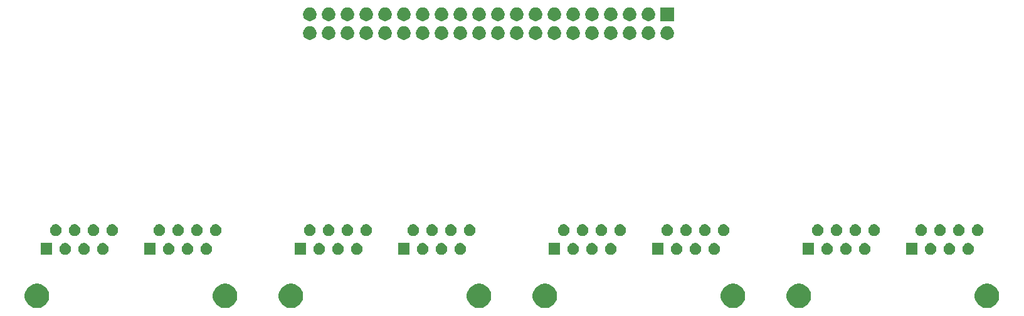
<source format=gbr>
G04 #@! TF.GenerationSoftware,KiCad,Pcbnew,(5.1.5-0-10_14)*
G04 #@! TF.CreationDate,2020-09-01T14:48:47+02:00*
G04 #@! TF.ProjectId,8xrj45,3878726a-3435-42e6-9b69-6361645f7063,rev?*
G04 #@! TF.SameCoordinates,Original*
G04 #@! TF.FileFunction,Soldermask,Bot*
G04 #@! TF.FilePolarity,Negative*
%FSLAX46Y46*%
G04 Gerber Fmt 4.6, Leading zero omitted, Abs format (unit mm)*
G04 Created by KiCad (PCBNEW (5.1.5-0-10_14)) date 2020-09-01 14:48:47*
%MOMM*%
%LPD*%
G04 APERTURE LIST*
%ADD10C,0.100000*%
G04 APERTURE END LIST*
D10*
G36*
X240405256Y-93641298D02*
G01*
X240511579Y-93662447D01*
X240812042Y-93786903D01*
X241082451Y-93967585D01*
X241312415Y-94197549D01*
X241493097Y-94467958D01*
X241617553Y-94768421D01*
X241681000Y-95087391D01*
X241681000Y-95412609D01*
X241617553Y-95731579D01*
X241493097Y-96032042D01*
X241312415Y-96302451D01*
X241082451Y-96532415D01*
X240812042Y-96713097D01*
X240511579Y-96837553D01*
X240405256Y-96858702D01*
X240192611Y-96901000D01*
X239867389Y-96901000D01*
X239654744Y-96858702D01*
X239548421Y-96837553D01*
X239247958Y-96713097D01*
X238977549Y-96532415D01*
X238747585Y-96302451D01*
X238566903Y-96032042D01*
X238442447Y-95731579D01*
X238379000Y-95412609D01*
X238379000Y-95087391D01*
X238442447Y-94768421D01*
X238566903Y-94467958D01*
X238747585Y-94197549D01*
X238977549Y-93967585D01*
X239247958Y-93786903D01*
X239548421Y-93662447D01*
X239654744Y-93641298D01*
X239867389Y-93599000D01*
X240192611Y-93599000D01*
X240405256Y-93641298D01*
G37*
G36*
X215005256Y-93641298D02*
G01*
X215111579Y-93662447D01*
X215412042Y-93786903D01*
X215682451Y-93967585D01*
X215912415Y-94197549D01*
X216093097Y-94467958D01*
X216217553Y-94768421D01*
X216281000Y-95087391D01*
X216281000Y-95412609D01*
X216217553Y-95731579D01*
X216093097Y-96032042D01*
X215912415Y-96302451D01*
X215682451Y-96532415D01*
X215412042Y-96713097D01*
X215111579Y-96837553D01*
X215005256Y-96858702D01*
X214792611Y-96901000D01*
X214467389Y-96901000D01*
X214254744Y-96858702D01*
X214148421Y-96837553D01*
X213847958Y-96713097D01*
X213577549Y-96532415D01*
X213347585Y-96302451D01*
X213166903Y-96032042D01*
X213042447Y-95731579D01*
X212979000Y-95412609D01*
X212979000Y-95087391D01*
X213042447Y-94768421D01*
X213166903Y-94467958D01*
X213347585Y-94197549D01*
X213577549Y-93967585D01*
X213847958Y-93786903D01*
X214148421Y-93662447D01*
X214254744Y-93641298D01*
X214467389Y-93599000D01*
X214792611Y-93599000D01*
X215005256Y-93641298D01*
G37*
G36*
X206115256Y-93641298D02*
G01*
X206221579Y-93662447D01*
X206522042Y-93786903D01*
X206792451Y-93967585D01*
X207022415Y-94197549D01*
X207203097Y-94467958D01*
X207327553Y-94768421D01*
X207391000Y-95087391D01*
X207391000Y-95412609D01*
X207327553Y-95731579D01*
X207203097Y-96032042D01*
X207022415Y-96302451D01*
X206792451Y-96532415D01*
X206522042Y-96713097D01*
X206221579Y-96837553D01*
X206115256Y-96858702D01*
X205902611Y-96901000D01*
X205577389Y-96901000D01*
X205364744Y-96858702D01*
X205258421Y-96837553D01*
X204957958Y-96713097D01*
X204687549Y-96532415D01*
X204457585Y-96302451D01*
X204276903Y-96032042D01*
X204152447Y-95731579D01*
X204089000Y-95412609D01*
X204089000Y-95087391D01*
X204152447Y-94768421D01*
X204276903Y-94467958D01*
X204457585Y-94197549D01*
X204687549Y-93967585D01*
X204957958Y-93786903D01*
X205258421Y-93662447D01*
X205364744Y-93641298D01*
X205577389Y-93599000D01*
X205902611Y-93599000D01*
X206115256Y-93641298D01*
G37*
G36*
X180715256Y-93641298D02*
G01*
X180821579Y-93662447D01*
X181122042Y-93786903D01*
X181392451Y-93967585D01*
X181622415Y-94197549D01*
X181803097Y-94467958D01*
X181927553Y-94768421D01*
X181991000Y-95087391D01*
X181991000Y-95412609D01*
X181927553Y-95731579D01*
X181803097Y-96032042D01*
X181622415Y-96302451D01*
X181392451Y-96532415D01*
X181122042Y-96713097D01*
X180821579Y-96837553D01*
X180715256Y-96858702D01*
X180502611Y-96901000D01*
X180177389Y-96901000D01*
X179964744Y-96858702D01*
X179858421Y-96837553D01*
X179557958Y-96713097D01*
X179287549Y-96532415D01*
X179057585Y-96302451D01*
X178876903Y-96032042D01*
X178752447Y-95731579D01*
X178689000Y-95412609D01*
X178689000Y-95087391D01*
X178752447Y-94768421D01*
X178876903Y-94467958D01*
X179057585Y-94197549D01*
X179287549Y-93967585D01*
X179557958Y-93786903D01*
X179858421Y-93662447D01*
X179964744Y-93641298D01*
X180177389Y-93599000D01*
X180502611Y-93599000D01*
X180715256Y-93641298D01*
G37*
G36*
X171825256Y-93641298D02*
G01*
X171931579Y-93662447D01*
X172232042Y-93786903D01*
X172502451Y-93967585D01*
X172732415Y-94197549D01*
X172913097Y-94467958D01*
X173037553Y-94768421D01*
X173101000Y-95087391D01*
X173101000Y-95412609D01*
X173037553Y-95731579D01*
X172913097Y-96032042D01*
X172732415Y-96302451D01*
X172502451Y-96532415D01*
X172232042Y-96713097D01*
X171931579Y-96837553D01*
X171825256Y-96858702D01*
X171612611Y-96901000D01*
X171287389Y-96901000D01*
X171074744Y-96858702D01*
X170968421Y-96837553D01*
X170667958Y-96713097D01*
X170397549Y-96532415D01*
X170167585Y-96302451D01*
X169986903Y-96032042D01*
X169862447Y-95731579D01*
X169799000Y-95412609D01*
X169799000Y-95087391D01*
X169862447Y-94768421D01*
X169986903Y-94467958D01*
X170167585Y-94197549D01*
X170397549Y-93967585D01*
X170667958Y-93786903D01*
X170968421Y-93662447D01*
X171074744Y-93641298D01*
X171287389Y-93599000D01*
X171612611Y-93599000D01*
X171825256Y-93641298D01*
G37*
G36*
X146425256Y-93641298D02*
G01*
X146531579Y-93662447D01*
X146832042Y-93786903D01*
X147102451Y-93967585D01*
X147332415Y-94197549D01*
X147513097Y-94467958D01*
X147637553Y-94768421D01*
X147701000Y-95087391D01*
X147701000Y-95412609D01*
X147637553Y-95731579D01*
X147513097Y-96032042D01*
X147332415Y-96302451D01*
X147102451Y-96532415D01*
X146832042Y-96713097D01*
X146531579Y-96837553D01*
X146425256Y-96858702D01*
X146212611Y-96901000D01*
X145887389Y-96901000D01*
X145674744Y-96858702D01*
X145568421Y-96837553D01*
X145267958Y-96713097D01*
X144997549Y-96532415D01*
X144767585Y-96302451D01*
X144586903Y-96032042D01*
X144462447Y-95731579D01*
X144399000Y-95412609D01*
X144399000Y-95087391D01*
X144462447Y-94768421D01*
X144586903Y-94467958D01*
X144767585Y-94197549D01*
X144997549Y-93967585D01*
X145267958Y-93786903D01*
X145568421Y-93662447D01*
X145674744Y-93641298D01*
X145887389Y-93599000D01*
X146212611Y-93599000D01*
X146425256Y-93641298D01*
G37*
G36*
X137535256Y-93641298D02*
G01*
X137641579Y-93662447D01*
X137942042Y-93786903D01*
X138212451Y-93967585D01*
X138442415Y-94197549D01*
X138623097Y-94467958D01*
X138747553Y-94768421D01*
X138811000Y-95087391D01*
X138811000Y-95412609D01*
X138747553Y-95731579D01*
X138623097Y-96032042D01*
X138442415Y-96302451D01*
X138212451Y-96532415D01*
X137942042Y-96713097D01*
X137641579Y-96837553D01*
X137535256Y-96858702D01*
X137322611Y-96901000D01*
X136997389Y-96901000D01*
X136784744Y-96858702D01*
X136678421Y-96837553D01*
X136377958Y-96713097D01*
X136107549Y-96532415D01*
X135877585Y-96302451D01*
X135696903Y-96032042D01*
X135572447Y-95731579D01*
X135509000Y-95412609D01*
X135509000Y-95087391D01*
X135572447Y-94768421D01*
X135696903Y-94467958D01*
X135877585Y-94197549D01*
X136107549Y-93967585D01*
X136377958Y-93786903D01*
X136678421Y-93662447D01*
X136784744Y-93641298D01*
X136997389Y-93599000D01*
X137322611Y-93599000D01*
X137535256Y-93641298D01*
G37*
G36*
X112135256Y-93641298D02*
G01*
X112241579Y-93662447D01*
X112542042Y-93786903D01*
X112812451Y-93967585D01*
X113042415Y-94197549D01*
X113223097Y-94467958D01*
X113347553Y-94768421D01*
X113411000Y-95087391D01*
X113411000Y-95412609D01*
X113347553Y-95731579D01*
X113223097Y-96032042D01*
X113042415Y-96302451D01*
X112812451Y-96532415D01*
X112542042Y-96713097D01*
X112241579Y-96837553D01*
X112135256Y-96858702D01*
X111922611Y-96901000D01*
X111597389Y-96901000D01*
X111384744Y-96858702D01*
X111278421Y-96837553D01*
X110977958Y-96713097D01*
X110707549Y-96532415D01*
X110477585Y-96302451D01*
X110296903Y-96032042D01*
X110172447Y-95731579D01*
X110109000Y-95412609D01*
X110109000Y-95087391D01*
X110172447Y-94768421D01*
X110296903Y-94467958D01*
X110477585Y-94197549D01*
X110707549Y-93967585D01*
X110977958Y-93786903D01*
X111278421Y-93662447D01*
X111384744Y-93641298D01*
X111597389Y-93599000D01*
X111922611Y-93599000D01*
X112135256Y-93641298D01*
G37*
G36*
X203433642Y-88129781D02*
G01*
X203579414Y-88190162D01*
X203579416Y-88190163D01*
X203710608Y-88277822D01*
X203822178Y-88389392D01*
X203909837Y-88520584D01*
X203909838Y-88520586D01*
X203970219Y-88666358D01*
X204001000Y-88821107D01*
X204001000Y-88978893D01*
X203970219Y-89133642D01*
X203909838Y-89279414D01*
X203909837Y-89279416D01*
X203822178Y-89410608D01*
X203710608Y-89522178D01*
X203579416Y-89609837D01*
X203579415Y-89609838D01*
X203579414Y-89609838D01*
X203433642Y-89670219D01*
X203278893Y-89701000D01*
X203121107Y-89701000D01*
X202966358Y-89670219D01*
X202820586Y-89609838D01*
X202820585Y-89609838D01*
X202820584Y-89609837D01*
X202689392Y-89522178D01*
X202577822Y-89410608D01*
X202490163Y-89279416D01*
X202490162Y-89279414D01*
X202429781Y-89133642D01*
X202399000Y-88978893D01*
X202399000Y-88821107D01*
X202429781Y-88666358D01*
X202490162Y-88520586D01*
X202490163Y-88520584D01*
X202577822Y-88389392D01*
X202689392Y-88277822D01*
X202820584Y-88190163D01*
X202820586Y-88190162D01*
X202966358Y-88129781D01*
X203121107Y-88099000D01*
X203278893Y-88099000D01*
X203433642Y-88129781D01*
G37*
G36*
X200893642Y-88129781D02*
G01*
X201039414Y-88190162D01*
X201039416Y-88190163D01*
X201170608Y-88277822D01*
X201282178Y-88389392D01*
X201369837Y-88520584D01*
X201369838Y-88520586D01*
X201430219Y-88666358D01*
X201461000Y-88821107D01*
X201461000Y-88978893D01*
X201430219Y-89133642D01*
X201369838Y-89279414D01*
X201369837Y-89279416D01*
X201282178Y-89410608D01*
X201170608Y-89522178D01*
X201039416Y-89609837D01*
X201039415Y-89609838D01*
X201039414Y-89609838D01*
X200893642Y-89670219D01*
X200738893Y-89701000D01*
X200581107Y-89701000D01*
X200426358Y-89670219D01*
X200280586Y-89609838D01*
X200280585Y-89609838D01*
X200280584Y-89609837D01*
X200149392Y-89522178D01*
X200037822Y-89410608D01*
X199950163Y-89279416D01*
X199950162Y-89279414D01*
X199889781Y-89133642D01*
X199859000Y-88978893D01*
X199859000Y-88821107D01*
X199889781Y-88666358D01*
X199950162Y-88520586D01*
X199950163Y-88520584D01*
X200037822Y-88389392D01*
X200149392Y-88277822D01*
X200280584Y-88190163D01*
X200280586Y-88190162D01*
X200426358Y-88129781D01*
X200581107Y-88099000D01*
X200738893Y-88099000D01*
X200893642Y-88129781D01*
G37*
G36*
X198353642Y-88129781D02*
G01*
X198499414Y-88190162D01*
X198499416Y-88190163D01*
X198630608Y-88277822D01*
X198742178Y-88389392D01*
X198829837Y-88520584D01*
X198829838Y-88520586D01*
X198890219Y-88666358D01*
X198921000Y-88821107D01*
X198921000Y-88978893D01*
X198890219Y-89133642D01*
X198829838Y-89279414D01*
X198829837Y-89279416D01*
X198742178Y-89410608D01*
X198630608Y-89522178D01*
X198499416Y-89609837D01*
X198499415Y-89609838D01*
X198499414Y-89609838D01*
X198353642Y-89670219D01*
X198198893Y-89701000D01*
X198041107Y-89701000D01*
X197886358Y-89670219D01*
X197740586Y-89609838D01*
X197740585Y-89609838D01*
X197740584Y-89609837D01*
X197609392Y-89522178D01*
X197497822Y-89410608D01*
X197410163Y-89279416D01*
X197410162Y-89279414D01*
X197349781Y-89133642D01*
X197319000Y-88978893D01*
X197319000Y-88821107D01*
X197349781Y-88666358D01*
X197410162Y-88520586D01*
X197410163Y-88520584D01*
X197497822Y-88389392D01*
X197609392Y-88277822D01*
X197740584Y-88190163D01*
X197740586Y-88190162D01*
X197886358Y-88129781D01*
X198041107Y-88099000D01*
X198198893Y-88099000D01*
X198353642Y-88129781D01*
G37*
G36*
X196381000Y-89701000D02*
G01*
X194779000Y-89701000D01*
X194779000Y-88099000D01*
X196381000Y-88099000D01*
X196381000Y-89701000D01*
G37*
G36*
X189463642Y-88129781D02*
G01*
X189609414Y-88190162D01*
X189609416Y-88190163D01*
X189740608Y-88277822D01*
X189852178Y-88389392D01*
X189939837Y-88520584D01*
X189939838Y-88520586D01*
X190000219Y-88666358D01*
X190031000Y-88821107D01*
X190031000Y-88978893D01*
X190000219Y-89133642D01*
X189939838Y-89279414D01*
X189939837Y-89279416D01*
X189852178Y-89410608D01*
X189740608Y-89522178D01*
X189609416Y-89609837D01*
X189609415Y-89609838D01*
X189609414Y-89609838D01*
X189463642Y-89670219D01*
X189308893Y-89701000D01*
X189151107Y-89701000D01*
X188996358Y-89670219D01*
X188850586Y-89609838D01*
X188850585Y-89609838D01*
X188850584Y-89609837D01*
X188719392Y-89522178D01*
X188607822Y-89410608D01*
X188520163Y-89279416D01*
X188520162Y-89279414D01*
X188459781Y-89133642D01*
X188429000Y-88978893D01*
X188429000Y-88821107D01*
X188459781Y-88666358D01*
X188520162Y-88520586D01*
X188520163Y-88520584D01*
X188607822Y-88389392D01*
X188719392Y-88277822D01*
X188850584Y-88190163D01*
X188850586Y-88190162D01*
X188996358Y-88129781D01*
X189151107Y-88099000D01*
X189308893Y-88099000D01*
X189463642Y-88129781D01*
G37*
G36*
X186923642Y-88129781D02*
G01*
X187069414Y-88190162D01*
X187069416Y-88190163D01*
X187200608Y-88277822D01*
X187312178Y-88389392D01*
X187399837Y-88520584D01*
X187399838Y-88520586D01*
X187460219Y-88666358D01*
X187491000Y-88821107D01*
X187491000Y-88978893D01*
X187460219Y-89133642D01*
X187399838Y-89279414D01*
X187399837Y-89279416D01*
X187312178Y-89410608D01*
X187200608Y-89522178D01*
X187069416Y-89609837D01*
X187069415Y-89609838D01*
X187069414Y-89609838D01*
X186923642Y-89670219D01*
X186768893Y-89701000D01*
X186611107Y-89701000D01*
X186456358Y-89670219D01*
X186310586Y-89609838D01*
X186310585Y-89609838D01*
X186310584Y-89609837D01*
X186179392Y-89522178D01*
X186067822Y-89410608D01*
X185980163Y-89279416D01*
X185980162Y-89279414D01*
X185919781Y-89133642D01*
X185889000Y-88978893D01*
X185889000Y-88821107D01*
X185919781Y-88666358D01*
X185980162Y-88520586D01*
X185980163Y-88520584D01*
X186067822Y-88389392D01*
X186179392Y-88277822D01*
X186310584Y-88190163D01*
X186310586Y-88190162D01*
X186456358Y-88129781D01*
X186611107Y-88099000D01*
X186768893Y-88099000D01*
X186923642Y-88129781D01*
G37*
G36*
X184383642Y-88129781D02*
G01*
X184529414Y-88190162D01*
X184529416Y-88190163D01*
X184660608Y-88277822D01*
X184772178Y-88389392D01*
X184859837Y-88520584D01*
X184859838Y-88520586D01*
X184920219Y-88666358D01*
X184951000Y-88821107D01*
X184951000Y-88978893D01*
X184920219Y-89133642D01*
X184859838Y-89279414D01*
X184859837Y-89279416D01*
X184772178Y-89410608D01*
X184660608Y-89522178D01*
X184529416Y-89609837D01*
X184529415Y-89609838D01*
X184529414Y-89609838D01*
X184383642Y-89670219D01*
X184228893Y-89701000D01*
X184071107Y-89701000D01*
X183916358Y-89670219D01*
X183770586Y-89609838D01*
X183770585Y-89609838D01*
X183770584Y-89609837D01*
X183639392Y-89522178D01*
X183527822Y-89410608D01*
X183440163Y-89279416D01*
X183440162Y-89279414D01*
X183379781Y-89133642D01*
X183349000Y-88978893D01*
X183349000Y-88821107D01*
X183379781Y-88666358D01*
X183440162Y-88520586D01*
X183440163Y-88520584D01*
X183527822Y-88389392D01*
X183639392Y-88277822D01*
X183770584Y-88190163D01*
X183770586Y-88190162D01*
X183916358Y-88129781D01*
X184071107Y-88099000D01*
X184228893Y-88099000D01*
X184383642Y-88129781D01*
G37*
G36*
X182411000Y-89701000D02*
G01*
X180809000Y-89701000D01*
X180809000Y-88099000D01*
X182411000Y-88099000D01*
X182411000Y-89701000D01*
G37*
G36*
X169143642Y-88129781D02*
G01*
X169289414Y-88190162D01*
X169289416Y-88190163D01*
X169420608Y-88277822D01*
X169532178Y-88389392D01*
X169619837Y-88520584D01*
X169619838Y-88520586D01*
X169680219Y-88666358D01*
X169711000Y-88821107D01*
X169711000Y-88978893D01*
X169680219Y-89133642D01*
X169619838Y-89279414D01*
X169619837Y-89279416D01*
X169532178Y-89410608D01*
X169420608Y-89522178D01*
X169289416Y-89609837D01*
X169289415Y-89609838D01*
X169289414Y-89609838D01*
X169143642Y-89670219D01*
X168988893Y-89701000D01*
X168831107Y-89701000D01*
X168676358Y-89670219D01*
X168530586Y-89609838D01*
X168530585Y-89609838D01*
X168530584Y-89609837D01*
X168399392Y-89522178D01*
X168287822Y-89410608D01*
X168200163Y-89279416D01*
X168200162Y-89279414D01*
X168139781Y-89133642D01*
X168109000Y-88978893D01*
X168109000Y-88821107D01*
X168139781Y-88666358D01*
X168200162Y-88520586D01*
X168200163Y-88520584D01*
X168287822Y-88389392D01*
X168399392Y-88277822D01*
X168530584Y-88190163D01*
X168530586Y-88190162D01*
X168676358Y-88129781D01*
X168831107Y-88099000D01*
X168988893Y-88099000D01*
X169143642Y-88129781D01*
G37*
G36*
X166603642Y-88129781D02*
G01*
X166749414Y-88190162D01*
X166749416Y-88190163D01*
X166880608Y-88277822D01*
X166992178Y-88389392D01*
X167079837Y-88520584D01*
X167079838Y-88520586D01*
X167140219Y-88666358D01*
X167171000Y-88821107D01*
X167171000Y-88978893D01*
X167140219Y-89133642D01*
X167079838Y-89279414D01*
X167079837Y-89279416D01*
X166992178Y-89410608D01*
X166880608Y-89522178D01*
X166749416Y-89609837D01*
X166749415Y-89609838D01*
X166749414Y-89609838D01*
X166603642Y-89670219D01*
X166448893Y-89701000D01*
X166291107Y-89701000D01*
X166136358Y-89670219D01*
X165990586Y-89609838D01*
X165990585Y-89609838D01*
X165990584Y-89609837D01*
X165859392Y-89522178D01*
X165747822Y-89410608D01*
X165660163Y-89279416D01*
X165660162Y-89279414D01*
X165599781Y-89133642D01*
X165569000Y-88978893D01*
X165569000Y-88821107D01*
X165599781Y-88666358D01*
X165660162Y-88520586D01*
X165660163Y-88520584D01*
X165747822Y-88389392D01*
X165859392Y-88277822D01*
X165990584Y-88190163D01*
X165990586Y-88190162D01*
X166136358Y-88129781D01*
X166291107Y-88099000D01*
X166448893Y-88099000D01*
X166603642Y-88129781D01*
G37*
G36*
X164063642Y-88129781D02*
G01*
X164209414Y-88190162D01*
X164209416Y-88190163D01*
X164340608Y-88277822D01*
X164452178Y-88389392D01*
X164539837Y-88520584D01*
X164539838Y-88520586D01*
X164600219Y-88666358D01*
X164631000Y-88821107D01*
X164631000Y-88978893D01*
X164600219Y-89133642D01*
X164539838Y-89279414D01*
X164539837Y-89279416D01*
X164452178Y-89410608D01*
X164340608Y-89522178D01*
X164209416Y-89609837D01*
X164209415Y-89609838D01*
X164209414Y-89609838D01*
X164063642Y-89670219D01*
X163908893Y-89701000D01*
X163751107Y-89701000D01*
X163596358Y-89670219D01*
X163450586Y-89609838D01*
X163450585Y-89609838D01*
X163450584Y-89609837D01*
X163319392Y-89522178D01*
X163207822Y-89410608D01*
X163120163Y-89279416D01*
X163120162Y-89279414D01*
X163059781Y-89133642D01*
X163029000Y-88978893D01*
X163029000Y-88821107D01*
X163059781Y-88666358D01*
X163120162Y-88520586D01*
X163120163Y-88520584D01*
X163207822Y-88389392D01*
X163319392Y-88277822D01*
X163450584Y-88190163D01*
X163450586Y-88190162D01*
X163596358Y-88129781D01*
X163751107Y-88099000D01*
X163908893Y-88099000D01*
X164063642Y-88129781D01*
G37*
G36*
X162091000Y-89701000D02*
G01*
X160489000Y-89701000D01*
X160489000Y-88099000D01*
X162091000Y-88099000D01*
X162091000Y-89701000D01*
G37*
G36*
X155173642Y-88129781D02*
G01*
X155319414Y-88190162D01*
X155319416Y-88190163D01*
X155450608Y-88277822D01*
X155562178Y-88389392D01*
X155649837Y-88520584D01*
X155649838Y-88520586D01*
X155710219Y-88666358D01*
X155741000Y-88821107D01*
X155741000Y-88978893D01*
X155710219Y-89133642D01*
X155649838Y-89279414D01*
X155649837Y-89279416D01*
X155562178Y-89410608D01*
X155450608Y-89522178D01*
X155319416Y-89609837D01*
X155319415Y-89609838D01*
X155319414Y-89609838D01*
X155173642Y-89670219D01*
X155018893Y-89701000D01*
X154861107Y-89701000D01*
X154706358Y-89670219D01*
X154560586Y-89609838D01*
X154560585Y-89609838D01*
X154560584Y-89609837D01*
X154429392Y-89522178D01*
X154317822Y-89410608D01*
X154230163Y-89279416D01*
X154230162Y-89279414D01*
X154169781Y-89133642D01*
X154139000Y-88978893D01*
X154139000Y-88821107D01*
X154169781Y-88666358D01*
X154230162Y-88520586D01*
X154230163Y-88520584D01*
X154317822Y-88389392D01*
X154429392Y-88277822D01*
X154560584Y-88190163D01*
X154560586Y-88190162D01*
X154706358Y-88129781D01*
X154861107Y-88099000D01*
X155018893Y-88099000D01*
X155173642Y-88129781D01*
G37*
G36*
X152633642Y-88129781D02*
G01*
X152779414Y-88190162D01*
X152779416Y-88190163D01*
X152910608Y-88277822D01*
X153022178Y-88389392D01*
X153109837Y-88520584D01*
X153109838Y-88520586D01*
X153170219Y-88666358D01*
X153201000Y-88821107D01*
X153201000Y-88978893D01*
X153170219Y-89133642D01*
X153109838Y-89279414D01*
X153109837Y-89279416D01*
X153022178Y-89410608D01*
X152910608Y-89522178D01*
X152779416Y-89609837D01*
X152779415Y-89609838D01*
X152779414Y-89609838D01*
X152633642Y-89670219D01*
X152478893Y-89701000D01*
X152321107Y-89701000D01*
X152166358Y-89670219D01*
X152020586Y-89609838D01*
X152020585Y-89609838D01*
X152020584Y-89609837D01*
X151889392Y-89522178D01*
X151777822Y-89410608D01*
X151690163Y-89279416D01*
X151690162Y-89279414D01*
X151629781Y-89133642D01*
X151599000Y-88978893D01*
X151599000Y-88821107D01*
X151629781Y-88666358D01*
X151690162Y-88520586D01*
X151690163Y-88520584D01*
X151777822Y-88389392D01*
X151889392Y-88277822D01*
X152020584Y-88190163D01*
X152020586Y-88190162D01*
X152166358Y-88129781D01*
X152321107Y-88099000D01*
X152478893Y-88099000D01*
X152633642Y-88129781D01*
G37*
G36*
X150093642Y-88129781D02*
G01*
X150239414Y-88190162D01*
X150239416Y-88190163D01*
X150370608Y-88277822D01*
X150482178Y-88389392D01*
X150569837Y-88520584D01*
X150569838Y-88520586D01*
X150630219Y-88666358D01*
X150661000Y-88821107D01*
X150661000Y-88978893D01*
X150630219Y-89133642D01*
X150569838Y-89279414D01*
X150569837Y-89279416D01*
X150482178Y-89410608D01*
X150370608Y-89522178D01*
X150239416Y-89609837D01*
X150239415Y-89609838D01*
X150239414Y-89609838D01*
X150093642Y-89670219D01*
X149938893Y-89701000D01*
X149781107Y-89701000D01*
X149626358Y-89670219D01*
X149480586Y-89609838D01*
X149480585Y-89609838D01*
X149480584Y-89609837D01*
X149349392Y-89522178D01*
X149237822Y-89410608D01*
X149150163Y-89279416D01*
X149150162Y-89279414D01*
X149089781Y-89133642D01*
X149059000Y-88978893D01*
X149059000Y-88821107D01*
X149089781Y-88666358D01*
X149150162Y-88520586D01*
X149150163Y-88520584D01*
X149237822Y-88389392D01*
X149349392Y-88277822D01*
X149480584Y-88190163D01*
X149480586Y-88190162D01*
X149626358Y-88129781D01*
X149781107Y-88099000D01*
X149938893Y-88099000D01*
X150093642Y-88129781D01*
G37*
G36*
X148121000Y-89701000D02*
G01*
X146519000Y-89701000D01*
X146519000Y-88099000D01*
X148121000Y-88099000D01*
X148121000Y-89701000D01*
G37*
G36*
X134853642Y-88129781D02*
G01*
X134999414Y-88190162D01*
X134999416Y-88190163D01*
X135130608Y-88277822D01*
X135242178Y-88389392D01*
X135329837Y-88520584D01*
X135329838Y-88520586D01*
X135390219Y-88666358D01*
X135421000Y-88821107D01*
X135421000Y-88978893D01*
X135390219Y-89133642D01*
X135329838Y-89279414D01*
X135329837Y-89279416D01*
X135242178Y-89410608D01*
X135130608Y-89522178D01*
X134999416Y-89609837D01*
X134999415Y-89609838D01*
X134999414Y-89609838D01*
X134853642Y-89670219D01*
X134698893Y-89701000D01*
X134541107Y-89701000D01*
X134386358Y-89670219D01*
X134240586Y-89609838D01*
X134240585Y-89609838D01*
X134240584Y-89609837D01*
X134109392Y-89522178D01*
X133997822Y-89410608D01*
X133910163Y-89279416D01*
X133910162Y-89279414D01*
X133849781Y-89133642D01*
X133819000Y-88978893D01*
X133819000Y-88821107D01*
X133849781Y-88666358D01*
X133910162Y-88520586D01*
X133910163Y-88520584D01*
X133997822Y-88389392D01*
X134109392Y-88277822D01*
X134240584Y-88190163D01*
X134240586Y-88190162D01*
X134386358Y-88129781D01*
X134541107Y-88099000D01*
X134698893Y-88099000D01*
X134853642Y-88129781D01*
G37*
G36*
X132313642Y-88129781D02*
G01*
X132459414Y-88190162D01*
X132459416Y-88190163D01*
X132590608Y-88277822D01*
X132702178Y-88389392D01*
X132789837Y-88520584D01*
X132789838Y-88520586D01*
X132850219Y-88666358D01*
X132881000Y-88821107D01*
X132881000Y-88978893D01*
X132850219Y-89133642D01*
X132789838Y-89279414D01*
X132789837Y-89279416D01*
X132702178Y-89410608D01*
X132590608Y-89522178D01*
X132459416Y-89609837D01*
X132459415Y-89609838D01*
X132459414Y-89609838D01*
X132313642Y-89670219D01*
X132158893Y-89701000D01*
X132001107Y-89701000D01*
X131846358Y-89670219D01*
X131700586Y-89609838D01*
X131700585Y-89609838D01*
X131700584Y-89609837D01*
X131569392Y-89522178D01*
X131457822Y-89410608D01*
X131370163Y-89279416D01*
X131370162Y-89279414D01*
X131309781Y-89133642D01*
X131279000Y-88978893D01*
X131279000Y-88821107D01*
X131309781Y-88666358D01*
X131370162Y-88520586D01*
X131370163Y-88520584D01*
X131457822Y-88389392D01*
X131569392Y-88277822D01*
X131700584Y-88190163D01*
X131700586Y-88190162D01*
X131846358Y-88129781D01*
X132001107Y-88099000D01*
X132158893Y-88099000D01*
X132313642Y-88129781D01*
G37*
G36*
X129773642Y-88129781D02*
G01*
X129919414Y-88190162D01*
X129919416Y-88190163D01*
X130050608Y-88277822D01*
X130162178Y-88389392D01*
X130249837Y-88520584D01*
X130249838Y-88520586D01*
X130310219Y-88666358D01*
X130341000Y-88821107D01*
X130341000Y-88978893D01*
X130310219Y-89133642D01*
X130249838Y-89279414D01*
X130249837Y-89279416D01*
X130162178Y-89410608D01*
X130050608Y-89522178D01*
X129919416Y-89609837D01*
X129919415Y-89609838D01*
X129919414Y-89609838D01*
X129773642Y-89670219D01*
X129618893Y-89701000D01*
X129461107Y-89701000D01*
X129306358Y-89670219D01*
X129160586Y-89609838D01*
X129160585Y-89609838D01*
X129160584Y-89609837D01*
X129029392Y-89522178D01*
X128917822Y-89410608D01*
X128830163Y-89279416D01*
X128830162Y-89279414D01*
X128769781Y-89133642D01*
X128739000Y-88978893D01*
X128739000Y-88821107D01*
X128769781Y-88666358D01*
X128830162Y-88520586D01*
X128830163Y-88520584D01*
X128917822Y-88389392D01*
X129029392Y-88277822D01*
X129160584Y-88190163D01*
X129160586Y-88190162D01*
X129306358Y-88129781D01*
X129461107Y-88099000D01*
X129618893Y-88099000D01*
X129773642Y-88129781D01*
G37*
G36*
X127801000Y-89701000D02*
G01*
X126199000Y-89701000D01*
X126199000Y-88099000D01*
X127801000Y-88099000D01*
X127801000Y-89701000D01*
G37*
G36*
X120883642Y-88129781D02*
G01*
X121029414Y-88190162D01*
X121029416Y-88190163D01*
X121160608Y-88277822D01*
X121272178Y-88389392D01*
X121359837Y-88520584D01*
X121359838Y-88520586D01*
X121420219Y-88666358D01*
X121451000Y-88821107D01*
X121451000Y-88978893D01*
X121420219Y-89133642D01*
X121359838Y-89279414D01*
X121359837Y-89279416D01*
X121272178Y-89410608D01*
X121160608Y-89522178D01*
X121029416Y-89609837D01*
X121029415Y-89609838D01*
X121029414Y-89609838D01*
X120883642Y-89670219D01*
X120728893Y-89701000D01*
X120571107Y-89701000D01*
X120416358Y-89670219D01*
X120270586Y-89609838D01*
X120270585Y-89609838D01*
X120270584Y-89609837D01*
X120139392Y-89522178D01*
X120027822Y-89410608D01*
X119940163Y-89279416D01*
X119940162Y-89279414D01*
X119879781Y-89133642D01*
X119849000Y-88978893D01*
X119849000Y-88821107D01*
X119879781Y-88666358D01*
X119940162Y-88520586D01*
X119940163Y-88520584D01*
X120027822Y-88389392D01*
X120139392Y-88277822D01*
X120270584Y-88190163D01*
X120270586Y-88190162D01*
X120416358Y-88129781D01*
X120571107Y-88099000D01*
X120728893Y-88099000D01*
X120883642Y-88129781D01*
G37*
G36*
X118343642Y-88129781D02*
G01*
X118489414Y-88190162D01*
X118489416Y-88190163D01*
X118620608Y-88277822D01*
X118732178Y-88389392D01*
X118819837Y-88520584D01*
X118819838Y-88520586D01*
X118880219Y-88666358D01*
X118911000Y-88821107D01*
X118911000Y-88978893D01*
X118880219Y-89133642D01*
X118819838Y-89279414D01*
X118819837Y-89279416D01*
X118732178Y-89410608D01*
X118620608Y-89522178D01*
X118489416Y-89609837D01*
X118489415Y-89609838D01*
X118489414Y-89609838D01*
X118343642Y-89670219D01*
X118188893Y-89701000D01*
X118031107Y-89701000D01*
X117876358Y-89670219D01*
X117730586Y-89609838D01*
X117730585Y-89609838D01*
X117730584Y-89609837D01*
X117599392Y-89522178D01*
X117487822Y-89410608D01*
X117400163Y-89279416D01*
X117400162Y-89279414D01*
X117339781Y-89133642D01*
X117309000Y-88978893D01*
X117309000Y-88821107D01*
X117339781Y-88666358D01*
X117400162Y-88520586D01*
X117400163Y-88520584D01*
X117487822Y-88389392D01*
X117599392Y-88277822D01*
X117730584Y-88190163D01*
X117730586Y-88190162D01*
X117876358Y-88129781D01*
X118031107Y-88099000D01*
X118188893Y-88099000D01*
X118343642Y-88129781D01*
G37*
G36*
X115803642Y-88129781D02*
G01*
X115949414Y-88190162D01*
X115949416Y-88190163D01*
X116080608Y-88277822D01*
X116192178Y-88389392D01*
X116279837Y-88520584D01*
X116279838Y-88520586D01*
X116340219Y-88666358D01*
X116371000Y-88821107D01*
X116371000Y-88978893D01*
X116340219Y-89133642D01*
X116279838Y-89279414D01*
X116279837Y-89279416D01*
X116192178Y-89410608D01*
X116080608Y-89522178D01*
X115949416Y-89609837D01*
X115949415Y-89609838D01*
X115949414Y-89609838D01*
X115803642Y-89670219D01*
X115648893Y-89701000D01*
X115491107Y-89701000D01*
X115336358Y-89670219D01*
X115190586Y-89609838D01*
X115190585Y-89609838D01*
X115190584Y-89609837D01*
X115059392Y-89522178D01*
X114947822Y-89410608D01*
X114860163Y-89279416D01*
X114860162Y-89279414D01*
X114799781Y-89133642D01*
X114769000Y-88978893D01*
X114769000Y-88821107D01*
X114799781Y-88666358D01*
X114860162Y-88520586D01*
X114860163Y-88520584D01*
X114947822Y-88389392D01*
X115059392Y-88277822D01*
X115190584Y-88190163D01*
X115190586Y-88190162D01*
X115336358Y-88129781D01*
X115491107Y-88099000D01*
X115648893Y-88099000D01*
X115803642Y-88129781D01*
G37*
G36*
X113831000Y-89701000D02*
G01*
X112229000Y-89701000D01*
X112229000Y-88099000D01*
X113831000Y-88099000D01*
X113831000Y-89701000D01*
G37*
G36*
X237723642Y-88129781D02*
G01*
X237869414Y-88190162D01*
X237869416Y-88190163D01*
X238000608Y-88277822D01*
X238112178Y-88389392D01*
X238199837Y-88520584D01*
X238199838Y-88520586D01*
X238260219Y-88666358D01*
X238291000Y-88821107D01*
X238291000Y-88978893D01*
X238260219Y-89133642D01*
X238199838Y-89279414D01*
X238199837Y-89279416D01*
X238112178Y-89410608D01*
X238000608Y-89522178D01*
X237869416Y-89609837D01*
X237869415Y-89609838D01*
X237869414Y-89609838D01*
X237723642Y-89670219D01*
X237568893Y-89701000D01*
X237411107Y-89701000D01*
X237256358Y-89670219D01*
X237110586Y-89609838D01*
X237110585Y-89609838D01*
X237110584Y-89609837D01*
X236979392Y-89522178D01*
X236867822Y-89410608D01*
X236780163Y-89279416D01*
X236780162Y-89279414D01*
X236719781Y-89133642D01*
X236689000Y-88978893D01*
X236689000Y-88821107D01*
X236719781Y-88666358D01*
X236780162Y-88520586D01*
X236780163Y-88520584D01*
X236867822Y-88389392D01*
X236979392Y-88277822D01*
X237110584Y-88190163D01*
X237110586Y-88190162D01*
X237256358Y-88129781D01*
X237411107Y-88099000D01*
X237568893Y-88099000D01*
X237723642Y-88129781D01*
G37*
G36*
X235183642Y-88129781D02*
G01*
X235329414Y-88190162D01*
X235329416Y-88190163D01*
X235460608Y-88277822D01*
X235572178Y-88389392D01*
X235659837Y-88520584D01*
X235659838Y-88520586D01*
X235720219Y-88666358D01*
X235751000Y-88821107D01*
X235751000Y-88978893D01*
X235720219Y-89133642D01*
X235659838Y-89279414D01*
X235659837Y-89279416D01*
X235572178Y-89410608D01*
X235460608Y-89522178D01*
X235329416Y-89609837D01*
X235329415Y-89609838D01*
X235329414Y-89609838D01*
X235183642Y-89670219D01*
X235028893Y-89701000D01*
X234871107Y-89701000D01*
X234716358Y-89670219D01*
X234570586Y-89609838D01*
X234570585Y-89609838D01*
X234570584Y-89609837D01*
X234439392Y-89522178D01*
X234327822Y-89410608D01*
X234240163Y-89279416D01*
X234240162Y-89279414D01*
X234179781Y-89133642D01*
X234149000Y-88978893D01*
X234149000Y-88821107D01*
X234179781Y-88666358D01*
X234240162Y-88520586D01*
X234240163Y-88520584D01*
X234327822Y-88389392D01*
X234439392Y-88277822D01*
X234570584Y-88190163D01*
X234570586Y-88190162D01*
X234716358Y-88129781D01*
X234871107Y-88099000D01*
X235028893Y-88099000D01*
X235183642Y-88129781D01*
G37*
G36*
X223753642Y-88129781D02*
G01*
X223899414Y-88190162D01*
X223899416Y-88190163D01*
X224030608Y-88277822D01*
X224142178Y-88389392D01*
X224229837Y-88520584D01*
X224229838Y-88520586D01*
X224290219Y-88666358D01*
X224321000Y-88821107D01*
X224321000Y-88978893D01*
X224290219Y-89133642D01*
X224229838Y-89279414D01*
X224229837Y-89279416D01*
X224142178Y-89410608D01*
X224030608Y-89522178D01*
X223899416Y-89609837D01*
X223899415Y-89609838D01*
X223899414Y-89609838D01*
X223753642Y-89670219D01*
X223598893Y-89701000D01*
X223441107Y-89701000D01*
X223286358Y-89670219D01*
X223140586Y-89609838D01*
X223140585Y-89609838D01*
X223140584Y-89609837D01*
X223009392Y-89522178D01*
X222897822Y-89410608D01*
X222810163Y-89279416D01*
X222810162Y-89279414D01*
X222749781Y-89133642D01*
X222719000Y-88978893D01*
X222719000Y-88821107D01*
X222749781Y-88666358D01*
X222810162Y-88520586D01*
X222810163Y-88520584D01*
X222897822Y-88389392D01*
X223009392Y-88277822D01*
X223140584Y-88190163D01*
X223140586Y-88190162D01*
X223286358Y-88129781D01*
X223441107Y-88099000D01*
X223598893Y-88099000D01*
X223753642Y-88129781D01*
G37*
G36*
X221213642Y-88129781D02*
G01*
X221359414Y-88190162D01*
X221359416Y-88190163D01*
X221490608Y-88277822D01*
X221602178Y-88389392D01*
X221689837Y-88520584D01*
X221689838Y-88520586D01*
X221750219Y-88666358D01*
X221781000Y-88821107D01*
X221781000Y-88978893D01*
X221750219Y-89133642D01*
X221689838Y-89279414D01*
X221689837Y-89279416D01*
X221602178Y-89410608D01*
X221490608Y-89522178D01*
X221359416Y-89609837D01*
X221359415Y-89609838D01*
X221359414Y-89609838D01*
X221213642Y-89670219D01*
X221058893Y-89701000D01*
X220901107Y-89701000D01*
X220746358Y-89670219D01*
X220600586Y-89609838D01*
X220600585Y-89609838D01*
X220600584Y-89609837D01*
X220469392Y-89522178D01*
X220357822Y-89410608D01*
X220270163Y-89279416D01*
X220270162Y-89279414D01*
X220209781Y-89133642D01*
X220179000Y-88978893D01*
X220179000Y-88821107D01*
X220209781Y-88666358D01*
X220270162Y-88520586D01*
X220270163Y-88520584D01*
X220357822Y-88389392D01*
X220469392Y-88277822D01*
X220600584Y-88190163D01*
X220600586Y-88190162D01*
X220746358Y-88129781D01*
X220901107Y-88099000D01*
X221058893Y-88099000D01*
X221213642Y-88129781D01*
G37*
G36*
X218673642Y-88129781D02*
G01*
X218819414Y-88190162D01*
X218819416Y-88190163D01*
X218950608Y-88277822D01*
X219062178Y-88389392D01*
X219149837Y-88520584D01*
X219149838Y-88520586D01*
X219210219Y-88666358D01*
X219241000Y-88821107D01*
X219241000Y-88978893D01*
X219210219Y-89133642D01*
X219149838Y-89279414D01*
X219149837Y-89279416D01*
X219062178Y-89410608D01*
X218950608Y-89522178D01*
X218819416Y-89609837D01*
X218819415Y-89609838D01*
X218819414Y-89609838D01*
X218673642Y-89670219D01*
X218518893Y-89701000D01*
X218361107Y-89701000D01*
X218206358Y-89670219D01*
X218060586Y-89609838D01*
X218060585Y-89609838D01*
X218060584Y-89609837D01*
X217929392Y-89522178D01*
X217817822Y-89410608D01*
X217730163Y-89279416D01*
X217730162Y-89279414D01*
X217669781Y-89133642D01*
X217639000Y-88978893D01*
X217639000Y-88821107D01*
X217669781Y-88666358D01*
X217730162Y-88520586D01*
X217730163Y-88520584D01*
X217817822Y-88389392D01*
X217929392Y-88277822D01*
X218060584Y-88190163D01*
X218060586Y-88190162D01*
X218206358Y-88129781D01*
X218361107Y-88099000D01*
X218518893Y-88099000D01*
X218673642Y-88129781D01*
G37*
G36*
X216701000Y-89701000D02*
G01*
X215099000Y-89701000D01*
X215099000Y-88099000D01*
X216701000Y-88099000D01*
X216701000Y-89701000D01*
G37*
G36*
X232643642Y-88129781D02*
G01*
X232789414Y-88190162D01*
X232789416Y-88190163D01*
X232920608Y-88277822D01*
X233032178Y-88389392D01*
X233119837Y-88520584D01*
X233119838Y-88520586D01*
X233180219Y-88666358D01*
X233211000Y-88821107D01*
X233211000Y-88978893D01*
X233180219Y-89133642D01*
X233119838Y-89279414D01*
X233119837Y-89279416D01*
X233032178Y-89410608D01*
X232920608Y-89522178D01*
X232789416Y-89609837D01*
X232789415Y-89609838D01*
X232789414Y-89609838D01*
X232643642Y-89670219D01*
X232488893Y-89701000D01*
X232331107Y-89701000D01*
X232176358Y-89670219D01*
X232030586Y-89609838D01*
X232030585Y-89609838D01*
X232030584Y-89609837D01*
X231899392Y-89522178D01*
X231787822Y-89410608D01*
X231700163Y-89279416D01*
X231700162Y-89279414D01*
X231639781Y-89133642D01*
X231609000Y-88978893D01*
X231609000Y-88821107D01*
X231639781Y-88666358D01*
X231700162Y-88520586D01*
X231700163Y-88520584D01*
X231787822Y-88389392D01*
X231899392Y-88277822D01*
X232030584Y-88190163D01*
X232030586Y-88190162D01*
X232176358Y-88129781D01*
X232331107Y-88099000D01*
X232488893Y-88099000D01*
X232643642Y-88129781D01*
G37*
G36*
X230671000Y-89701000D02*
G01*
X229069000Y-89701000D01*
X229069000Y-88099000D01*
X230671000Y-88099000D01*
X230671000Y-89701000D01*
G37*
G36*
X204703642Y-85589781D02*
G01*
X204849414Y-85650162D01*
X204849416Y-85650163D01*
X204980608Y-85737822D01*
X205092178Y-85849392D01*
X205179837Y-85980584D01*
X205179838Y-85980586D01*
X205240219Y-86126358D01*
X205271000Y-86281107D01*
X205271000Y-86438893D01*
X205240219Y-86593642D01*
X205179838Y-86739414D01*
X205179837Y-86739416D01*
X205092178Y-86870608D01*
X204980608Y-86982178D01*
X204849416Y-87069837D01*
X204849415Y-87069838D01*
X204849414Y-87069838D01*
X204703642Y-87130219D01*
X204548893Y-87161000D01*
X204391107Y-87161000D01*
X204236358Y-87130219D01*
X204090586Y-87069838D01*
X204090585Y-87069838D01*
X204090584Y-87069837D01*
X203959392Y-86982178D01*
X203847822Y-86870608D01*
X203760163Y-86739416D01*
X203760162Y-86739414D01*
X203699781Y-86593642D01*
X203669000Y-86438893D01*
X203669000Y-86281107D01*
X203699781Y-86126358D01*
X203760162Y-85980586D01*
X203760163Y-85980584D01*
X203847822Y-85849392D01*
X203959392Y-85737822D01*
X204090584Y-85650163D01*
X204090586Y-85650162D01*
X204236358Y-85589781D01*
X204391107Y-85559000D01*
X204548893Y-85559000D01*
X204703642Y-85589781D01*
G37*
G36*
X233913642Y-85589781D02*
G01*
X234059414Y-85650162D01*
X234059416Y-85650163D01*
X234190608Y-85737822D01*
X234302178Y-85849392D01*
X234389837Y-85980584D01*
X234389838Y-85980586D01*
X234450219Y-86126358D01*
X234481000Y-86281107D01*
X234481000Y-86438893D01*
X234450219Y-86593642D01*
X234389838Y-86739414D01*
X234389837Y-86739416D01*
X234302178Y-86870608D01*
X234190608Y-86982178D01*
X234059416Y-87069837D01*
X234059415Y-87069838D01*
X234059414Y-87069838D01*
X233913642Y-87130219D01*
X233758893Y-87161000D01*
X233601107Y-87161000D01*
X233446358Y-87130219D01*
X233300586Y-87069838D01*
X233300585Y-87069838D01*
X233300584Y-87069837D01*
X233169392Y-86982178D01*
X233057822Y-86870608D01*
X232970163Y-86739416D01*
X232970162Y-86739414D01*
X232909781Y-86593642D01*
X232879000Y-86438893D01*
X232879000Y-86281107D01*
X232909781Y-86126358D01*
X232970162Y-85980586D01*
X232970163Y-85980584D01*
X233057822Y-85849392D01*
X233169392Y-85737822D01*
X233300584Y-85650163D01*
X233300586Y-85650162D01*
X233446358Y-85589781D01*
X233601107Y-85559000D01*
X233758893Y-85559000D01*
X233913642Y-85589781D01*
G37*
G36*
X238993642Y-85589781D02*
G01*
X239139414Y-85650162D01*
X239139416Y-85650163D01*
X239270608Y-85737822D01*
X239382178Y-85849392D01*
X239469837Y-85980584D01*
X239469838Y-85980586D01*
X239530219Y-86126358D01*
X239561000Y-86281107D01*
X239561000Y-86438893D01*
X239530219Y-86593642D01*
X239469838Y-86739414D01*
X239469837Y-86739416D01*
X239382178Y-86870608D01*
X239270608Y-86982178D01*
X239139416Y-87069837D01*
X239139415Y-87069838D01*
X239139414Y-87069838D01*
X238993642Y-87130219D01*
X238838893Y-87161000D01*
X238681107Y-87161000D01*
X238526358Y-87130219D01*
X238380586Y-87069838D01*
X238380585Y-87069838D01*
X238380584Y-87069837D01*
X238249392Y-86982178D01*
X238137822Y-86870608D01*
X238050163Y-86739416D01*
X238050162Y-86739414D01*
X237989781Y-86593642D01*
X237959000Y-86438893D01*
X237959000Y-86281107D01*
X237989781Y-86126358D01*
X238050162Y-85980586D01*
X238050163Y-85980584D01*
X238137822Y-85849392D01*
X238249392Y-85737822D01*
X238380584Y-85650163D01*
X238380586Y-85650162D01*
X238526358Y-85589781D01*
X238681107Y-85559000D01*
X238838893Y-85559000D01*
X238993642Y-85589781D01*
G37*
G36*
X153903642Y-85589781D02*
G01*
X154049414Y-85650162D01*
X154049416Y-85650163D01*
X154180608Y-85737822D01*
X154292178Y-85849392D01*
X154379837Y-85980584D01*
X154379838Y-85980586D01*
X154440219Y-86126358D01*
X154471000Y-86281107D01*
X154471000Y-86438893D01*
X154440219Y-86593642D01*
X154379838Y-86739414D01*
X154379837Y-86739416D01*
X154292178Y-86870608D01*
X154180608Y-86982178D01*
X154049416Y-87069837D01*
X154049415Y-87069838D01*
X154049414Y-87069838D01*
X153903642Y-87130219D01*
X153748893Y-87161000D01*
X153591107Y-87161000D01*
X153436358Y-87130219D01*
X153290586Y-87069838D01*
X153290585Y-87069838D01*
X153290584Y-87069837D01*
X153159392Y-86982178D01*
X153047822Y-86870608D01*
X152960163Y-86739416D01*
X152960162Y-86739414D01*
X152899781Y-86593642D01*
X152869000Y-86438893D01*
X152869000Y-86281107D01*
X152899781Y-86126358D01*
X152960162Y-85980586D01*
X152960163Y-85980584D01*
X153047822Y-85849392D01*
X153159392Y-85737822D01*
X153290584Y-85650163D01*
X153290586Y-85650162D01*
X153436358Y-85589781D01*
X153591107Y-85559000D01*
X153748893Y-85559000D01*
X153903642Y-85589781D01*
G37*
G36*
X236453642Y-85589781D02*
G01*
X236599414Y-85650162D01*
X236599416Y-85650163D01*
X236730608Y-85737822D01*
X236842178Y-85849392D01*
X236929837Y-85980584D01*
X236929838Y-85980586D01*
X236990219Y-86126358D01*
X237021000Y-86281107D01*
X237021000Y-86438893D01*
X236990219Y-86593642D01*
X236929838Y-86739414D01*
X236929837Y-86739416D01*
X236842178Y-86870608D01*
X236730608Y-86982178D01*
X236599416Y-87069837D01*
X236599415Y-87069838D01*
X236599414Y-87069838D01*
X236453642Y-87130219D01*
X236298893Y-87161000D01*
X236141107Y-87161000D01*
X235986358Y-87130219D01*
X235840586Y-87069838D01*
X235840585Y-87069838D01*
X235840584Y-87069837D01*
X235709392Y-86982178D01*
X235597822Y-86870608D01*
X235510163Y-86739416D01*
X235510162Y-86739414D01*
X235449781Y-86593642D01*
X235419000Y-86438893D01*
X235419000Y-86281107D01*
X235449781Y-86126358D01*
X235510162Y-85980586D01*
X235510163Y-85980584D01*
X235597822Y-85849392D01*
X235709392Y-85737822D01*
X235840584Y-85650163D01*
X235840586Y-85650162D01*
X235986358Y-85589781D01*
X236141107Y-85559000D01*
X236298893Y-85559000D01*
X236453642Y-85589781D01*
G37*
G36*
X151363642Y-85589781D02*
G01*
X151509414Y-85650162D01*
X151509416Y-85650163D01*
X151640608Y-85737822D01*
X151752178Y-85849392D01*
X151839837Y-85980584D01*
X151839838Y-85980586D01*
X151900219Y-86126358D01*
X151931000Y-86281107D01*
X151931000Y-86438893D01*
X151900219Y-86593642D01*
X151839838Y-86739414D01*
X151839837Y-86739416D01*
X151752178Y-86870608D01*
X151640608Y-86982178D01*
X151509416Y-87069837D01*
X151509415Y-87069838D01*
X151509414Y-87069838D01*
X151363642Y-87130219D01*
X151208893Y-87161000D01*
X151051107Y-87161000D01*
X150896358Y-87130219D01*
X150750586Y-87069838D01*
X150750585Y-87069838D01*
X150750584Y-87069837D01*
X150619392Y-86982178D01*
X150507822Y-86870608D01*
X150420163Y-86739416D01*
X150420162Y-86739414D01*
X150359781Y-86593642D01*
X150329000Y-86438893D01*
X150329000Y-86281107D01*
X150359781Y-86126358D01*
X150420162Y-85980586D01*
X150420163Y-85980584D01*
X150507822Y-85849392D01*
X150619392Y-85737822D01*
X150750584Y-85650163D01*
X150750586Y-85650162D01*
X150896358Y-85589781D01*
X151051107Y-85559000D01*
X151208893Y-85559000D01*
X151363642Y-85589781D01*
G37*
G36*
X148823642Y-85589781D02*
G01*
X148969414Y-85650162D01*
X148969416Y-85650163D01*
X149100608Y-85737822D01*
X149212178Y-85849392D01*
X149299837Y-85980584D01*
X149299838Y-85980586D01*
X149360219Y-86126358D01*
X149391000Y-86281107D01*
X149391000Y-86438893D01*
X149360219Y-86593642D01*
X149299838Y-86739414D01*
X149299837Y-86739416D01*
X149212178Y-86870608D01*
X149100608Y-86982178D01*
X148969416Y-87069837D01*
X148969415Y-87069838D01*
X148969414Y-87069838D01*
X148823642Y-87130219D01*
X148668893Y-87161000D01*
X148511107Y-87161000D01*
X148356358Y-87130219D01*
X148210586Y-87069838D01*
X148210585Y-87069838D01*
X148210584Y-87069837D01*
X148079392Y-86982178D01*
X147967822Y-86870608D01*
X147880163Y-86739416D01*
X147880162Y-86739414D01*
X147819781Y-86593642D01*
X147789000Y-86438893D01*
X147789000Y-86281107D01*
X147819781Y-86126358D01*
X147880162Y-85980586D01*
X147880163Y-85980584D01*
X147967822Y-85849392D01*
X148079392Y-85737822D01*
X148210584Y-85650163D01*
X148210586Y-85650162D01*
X148356358Y-85589781D01*
X148511107Y-85559000D01*
X148668893Y-85559000D01*
X148823642Y-85589781D01*
G37*
G36*
X231373642Y-85589781D02*
G01*
X231519414Y-85650162D01*
X231519416Y-85650163D01*
X231650608Y-85737822D01*
X231762178Y-85849392D01*
X231849837Y-85980584D01*
X231849838Y-85980586D01*
X231910219Y-86126358D01*
X231941000Y-86281107D01*
X231941000Y-86438893D01*
X231910219Y-86593642D01*
X231849838Y-86739414D01*
X231849837Y-86739416D01*
X231762178Y-86870608D01*
X231650608Y-86982178D01*
X231519416Y-87069837D01*
X231519415Y-87069838D01*
X231519414Y-87069838D01*
X231373642Y-87130219D01*
X231218893Y-87161000D01*
X231061107Y-87161000D01*
X230906358Y-87130219D01*
X230760586Y-87069838D01*
X230760585Y-87069838D01*
X230760584Y-87069837D01*
X230629392Y-86982178D01*
X230517822Y-86870608D01*
X230430163Y-86739416D01*
X230430162Y-86739414D01*
X230369781Y-86593642D01*
X230339000Y-86438893D01*
X230339000Y-86281107D01*
X230369781Y-86126358D01*
X230430162Y-85980586D01*
X230430163Y-85980584D01*
X230517822Y-85849392D01*
X230629392Y-85737822D01*
X230760584Y-85650163D01*
X230760586Y-85650162D01*
X230906358Y-85589781D01*
X231061107Y-85559000D01*
X231218893Y-85559000D01*
X231373642Y-85589781D01*
G37*
G36*
X225023642Y-85589781D02*
G01*
X225169414Y-85650162D01*
X225169416Y-85650163D01*
X225300608Y-85737822D01*
X225412178Y-85849392D01*
X225499837Y-85980584D01*
X225499838Y-85980586D01*
X225560219Y-86126358D01*
X225591000Y-86281107D01*
X225591000Y-86438893D01*
X225560219Y-86593642D01*
X225499838Y-86739414D01*
X225499837Y-86739416D01*
X225412178Y-86870608D01*
X225300608Y-86982178D01*
X225169416Y-87069837D01*
X225169415Y-87069838D01*
X225169414Y-87069838D01*
X225023642Y-87130219D01*
X224868893Y-87161000D01*
X224711107Y-87161000D01*
X224556358Y-87130219D01*
X224410586Y-87069838D01*
X224410585Y-87069838D01*
X224410584Y-87069837D01*
X224279392Y-86982178D01*
X224167822Y-86870608D01*
X224080163Y-86739416D01*
X224080162Y-86739414D01*
X224019781Y-86593642D01*
X223989000Y-86438893D01*
X223989000Y-86281107D01*
X224019781Y-86126358D01*
X224080162Y-85980586D01*
X224080163Y-85980584D01*
X224167822Y-85849392D01*
X224279392Y-85737822D01*
X224410584Y-85650163D01*
X224410586Y-85650162D01*
X224556358Y-85589781D01*
X224711107Y-85559000D01*
X224868893Y-85559000D01*
X225023642Y-85589781D01*
G37*
G36*
X170413642Y-85589781D02*
G01*
X170559414Y-85650162D01*
X170559416Y-85650163D01*
X170690608Y-85737822D01*
X170802178Y-85849392D01*
X170889837Y-85980584D01*
X170889838Y-85980586D01*
X170950219Y-86126358D01*
X170981000Y-86281107D01*
X170981000Y-86438893D01*
X170950219Y-86593642D01*
X170889838Y-86739414D01*
X170889837Y-86739416D01*
X170802178Y-86870608D01*
X170690608Y-86982178D01*
X170559416Y-87069837D01*
X170559415Y-87069838D01*
X170559414Y-87069838D01*
X170413642Y-87130219D01*
X170258893Y-87161000D01*
X170101107Y-87161000D01*
X169946358Y-87130219D01*
X169800586Y-87069838D01*
X169800585Y-87069838D01*
X169800584Y-87069837D01*
X169669392Y-86982178D01*
X169557822Y-86870608D01*
X169470163Y-86739416D01*
X169470162Y-86739414D01*
X169409781Y-86593642D01*
X169379000Y-86438893D01*
X169379000Y-86281107D01*
X169409781Y-86126358D01*
X169470162Y-85980586D01*
X169470163Y-85980584D01*
X169557822Y-85849392D01*
X169669392Y-85737822D01*
X169800584Y-85650163D01*
X169800586Y-85650162D01*
X169946358Y-85589781D01*
X170101107Y-85559000D01*
X170258893Y-85559000D01*
X170413642Y-85589781D01*
G37*
G36*
X222483642Y-85589781D02*
G01*
X222629414Y-85650162D01*
X222629416Y-85650163D01*
X222760608Y-85737822D01*
X222872178Y-85849392D01*
X222959837Y-85980584D01*
X222959838Y-85980586D01*
X223020219Y-86126358D01*
X223051000Y-86281107D01*
X223051000Y-86438893D01*
X223020219Y-86593642D01*
X222959838Y-86739414D01*
X222959837Y-86739416D01*
X222872178Y-86870608D01*
X222760608Y-86982178D01*
X222629416Y-87069837D01*
X222629415Y-87069838D01*
X222629414Y-87069838D01*
X222483642Y-87130219D01*
X222328893Y-87161000D01*
X222171107Y-87161000D01*
X222016358Y-87130219D01*
X221870586Y-87069838D01*
X221870585Y-87069838D01*
X221870584Y-87069837D01*
X221739392Y-86982178D01*
X221627822Y-86870608D01*
X221540163Y-86739416D01*
X221540162Y-86739414D01*
X221479781Y-86593642D01*
X221449000Y-86438893D01*
X221449000Y-86281107D01*
X221479781Y-86126358D01*
X221540162Y-85980586D01*
X221540163Y-85980584D01*
X221627822Y-85849392D01*
X221739392Y-85737822D01*
X221870584Y-85650163D01*
X221870586Y-85650162D01*
X222016358Y-85589781D01*
X222171107Y-85559000D01*
X222328893Y-85559000D01*
X222483642Y-85589781D01*
G37*
G36*
X167873642Y-85589781D02*
G01*
X168019414Y-85650162D01*
X168019416Y-85650163D01*
X168150608Y-85737822D01*
X168262178Y-85849392D01*
X168349837Y-85980584D01*
X168349838Y-85980586D01*
X168410219Y-86126358D01*
X168441000Y-86281107D01*
X168441000Y-86438893D01*
X168410219Y-86593642D01*
X168349838Y-86739414D01*
X168349837Y-86739416D01*
X168262178Y-86870608D01*
X168150608Y-86982178D01*
X168019416Y-87069837D01*
X168019415Y-87069838D01*
X168019414Y-87069838D01*
X167873642Y-87130219D01*
X167718893Y-87161000D01*
X167561107Y-87161000D01*
X167406358Y-87130219D01*
X167260586Y-87069838D01*
X167260585Y-87069838D01*
X167260584Y-87069837D01*
X167129392Y-86982178D01*
X167017822Y-86870608D01*
X166930163Y-86739416D01*
X166930162Y-86739414D01*
X166869781Y-86593642D01*
X166839000Y-86438893D01*
X166839000Y-86281107D01*
X166869781Y-86126358D01*
X166930162Y-85980586D01*
X166930163Y-85980584D01*
X167017822Y-85849392D01*
X167129392Y-85737822D01*
X167260584Y-85650163D01*
X167260586Y-85650162D01*
X167406358Y-85589781D01*
X167561107Y-85559000D01*
X167718893Y-85559000D01*
X167873642Y-85589781D01*
G37*
G36*
X219943642Y-85589781D02*
G01*
X220089414Y-85650162D01*
X220089416Y-85650163D01*
X220220608Y-85737822D01*
X220332178Y-85849392D01*
X220419837Y-85980584D01*
X220419838Y-85980586D01*
X220480219Y-86126358D01*
X220511000Y-86281107D01*
X220511000Y-86438893D01*
X220480219Y-86593642D01*
X220419838Y-86739414D01*
X220419837Y-86739416D01*
X220332178Y-86870608D01*
X220220608Y-86982178D01*
X220089416Y-87069837D01*
X220089415Y-87069838D01*
X220089414Y-87069838D01*
X219943642Y-87130219D01*
X219788893Y-87161000D01*
X219631107Y-87161000D01*
X219476358Y-87130219D01*
X219330586Y-87069838D01*
X219330585Y-87069838D01*
X219330584Y-87069837D01*
X219199392Y-86982178D01*
X219087822Y-86870608D01*
X219000163Y-86739416D01*
X219000162Y-86739414D01*
X218939781Y-86593642D01*
X218909000Y-86438893D01*
X218909000Y-86281107D01*
X218939781Y-86126358D01*
X219000162Y-85980586D01*
X219000163Y-85980584D01*
X219087822Y-85849392D01*
X219199392Y-85737822D01*
X219330584Y-85650163D01*
X219330586Y-85650162D01*
X219476358Y-85589781D01*
X219631107Y-85559000D01*
X219788893Y-85559000D01*
X219943642Y-85589781D01*
G37*
G36*
X165333642Y-85589781D02*
G01*
X165479414Y-85650162D01*
X165479416Y-85650163D01*
X165610608Y-85737822D01*
X165722178Y-85849392D01*
X165809837Y-85980584D01*
X165809838Y-85980586D01*
X165870219Y-86126358D01*
X165901000Y-86281107D01*
X165901000Y-86438893D01*
X165870219Y-86593642D01*
X165809838Y-86739414D01*
X165809837Y-86739416D01*
X165722178Y-86870608D01*
X165610608Y-86982178D01*
X165479416Y-87069837D01*
X165479415Y-87069838D01*
X165479414Y-87069838D01*
X165333642Y-87130219D01*
X165178893Y-87161000D01*
X165021107Y-87161000D01*
X164866358Y-87130219D01*
X164720586Y-87069838D01*
X164720585Y-87069838D01*
X164720584Y-87069837D01*
X164589392Y-86982178D01*
X164477822Y-86870608D01*
X164390163Y-86739416D01*
X164390162Y-86739414D01*
X164329781Y-86593642D01*
X164299000Y-86438893D01*
X164299000Y-86281107D01*
X164329781Y-86126358D01*
X164390162Y-85980586D01*
X164390163Y-85980584D01*
X164477822Y-85849392D01*
X164589392Y-85737822D01*
X164720584Y-85650163D01*
X164720586Y-85650162D01*
X164866358Y-85589781D01*
X165021107Y-85559000D01*
X165178893Y-85559000D01*
X165333642Y-85589781D01*
G37*
G36*
X217403642Y-85589781D02*
G01*
X217549414Y-85650162D01*
X217549416Y-85650163D01*
X217680608Y-85737822D01*
X217792178Y-85849392D01*
X217879837Y-85980584D01*
X217879838Y-85980586D01*
X217940219Y-86126358D01*
X217971000Y-86281107D01*
X217971000Y-86438893D01*
X217940219Y-86593642D01*
X217879838Y-86739414D01*
X217879837Y-86739416D01*
X217792178Y-86870608D01*
X217680608Y-86982178D01*
X217549416Y-87069837D01*
X217549415Y-87069838D01*
X217549414Y-87069838D01*
X217403642Y-87130219D01*
X217248893Y-87161000D01*
X217091107Y-87161000D01*
X216936358Y-87130219D01*
X216790586Y-87069838D01*
X216790585Y-87069838D01*
X216790584Y-87069837D01*
X216659392Y-86982178D01*
X216547822Y-86870608D01*
X216460163Y-86739416D01*
X216460162Y-86739414D01*
X216399781Y-86593642D01*
X216369000Y-86438893D01*
X216369000Y-86281107D01*
X216399781Y-86126358D01*
X216460162Y-85980586D01*
X216460163Y-85980584D01*
X216547822Y-85849392D01*
X216659392Y-85737822D01*
X216790584Y-85650163D01*
X216790586Y-85650162D01*
X216936358Y-85589781D01*
X217091107Y-85559000D01*
X217248893Y-85559000D01*
X217403642Y-85589781D01*
G37*
G36*
X162793642Y-85589781D02*
G01*
X162939414Y-85650162D01*
X162939416Y-85650163D01*
X163070608Y-85737822D01*
X163182178Y-85849392D01*
X163269837Y-85980584D01*
X163269838Y-85980586D01*
X163330219Y-86126358D01*
X163361000Y-86281107D01*
X163361000Y-86438893D01*
X163330219Y-86593642D01*
X163269838Y-86739414D01*
X163269837Y-86739416D01*
X163182178Y-86870608D01*
X163070608Y-86982178D01*
X162939416Y-87069837D01*
X162939415Y-87069838D01*
X162939414Y-87069838D01*
X162793642Y-87130219D01*
X162638893Y-87161000D01*
X162481107Y-87161000D01*
X162326358Y-87130219D01*
X162180586Y-87069838D01*
X162180585Y-87069838D01*
X162180584Y-87069837D01*
X162049392Y-86982178D01*
X161937822Y-86870608D01*
X161850163Y-86739416D01*
X161850162Y-86739414D01*
X161789781Y-86593642D01*
X161759000Y-86438893D01*
X161759000Y-86281107D01*
X161789781Y-86126358D01*
X161850162Y-85980586D01*
X161850163Y-85980584D01*
X161937822Y-85849392D01*
X162049392Y-85737822D01*
X162180584Y-85650163D01*
X162180586Y-85650162D01*
X162326358Y-85589781D01*
X162481107Y-85559000D01*
X162638893Y-85559000D01*
X162793642Y-85589781D01*
G37*
G36*
X202163642Y-85589781D02*
G01*
X202309414Y-85650162D01*
X202309416Y-85650163D01*
X202440608Y-85737822D01*
X202552178Y-85849392D01*
X202639837Y-85980584D01*
X202639838Y-85980586D01*
X202700219Y-86126358D01*
X202731000Y-86281107D01*
X202731000Y-86438893D01*
X202700219Y-86593642D01*
X202639838Y-86739414D01*
X202639837Y-86739416D01*
X202552178Y-86870608D01*
X202440608Y-86982178D01*
X202309416Y-87069837D01*
X202309415Y-87069838D01*
X202309414Y-87069838D01*
X202163642Y-87130219D01*
X202008893Y-87161000D01*
X201851107Y-87161000D01*
X201696358Y-87130219D01*
X201550586Y-87069838D01*
X201550585Y-87069838D01*
X201550584Y-87069837D01*
X201419392Y-86982178D01*
X201307822Y-86870608D01*
X201220163Y-86739416D01*
X201220162Y-86739414D01*
X201159781Y-86593642D01*
X201129000Y-86438893D01*
X201129000Y-86281107D01*
X201159781Y-86126358D01*
X201220162Y-85980586D01*
X201220163Y-85980584D01*
X201307822Y-85849392D01*
X201419392Y-85737822D01*
X201550584Y-85650163D01*
X201550586Y-85650162D01*
X201696358Y-85589781D01*
X201851107Y-85559000D01*
X202008893Y-85559000D01*
X202163642Y-85589781D01*
G37*
G36*
X199623642Y-85589781D02*
G01*
X199769414Y-85650162D01*
X199769416Y-85650163D01*
X199900608Y-85737822D01*
X200012178Y-85849392D01*
X200099837Y-85980584D01*
X200099838Y-85980586D01*
X200160219Y-86126358D01*
X200191000Y-86281107D01*
X200191000Y-86438893D01*
X200160219Y-86593642D01*
X200099838Y-86739414D01*
X200099837Y-86739416D01*
X200012178Y-86870608D01*
X199900608Y-86982178D01*
X199769416Y-87069837D01*
X199769415Y-87069838D01*
X199769414Y-87069838D01*
X199623642Y-87130219D01*
X199468893Y-87161000D01*
X199311107Y-87161000D01*
X199156358Y-87130219D01*
X199010586Y-87069838D01*
X199010585Y-87069838D01*
X199010584Y-87069837D01*
X198879392Y-86982178D01*
X198767822Y-86870608D01*
X198680163Y-86739416D01*
X198680162Y-86739414D01*
X198619781Y-86593642D01*
X198589000Y-86438893D01*
X198589000Y-86281107D01*
X198619781Y-86126358D01*
X198680162Y-85980586D01*
X198680163Y-85980584D01*
X198767822Y-85849392D01*
X198879392Y-85737822D01*
X199010584Y-85650163D01*
X199010586Y-85650162D01*
X199156358Y-85589781D01*
X199311107Y-85559000D01*
X199468893Y-85559000D01*
X199623642Y-85589781D01*
G37*
G36*
X197083642Y-85589781D02*
G01*
X197229414Y-85650162D01*
X197229416Y-85650163D01*
X197360608Y-85737822D01*
X197472178Y-85849392D01*
X197559837Y-85980584D01*
X197559838Y-85980586D01*
X197620219Y-86126358D01*
X197651000Y-86281107D01*
X197651000Y-86438893D01*
X197620219Y-86593642D01*
X197559838Y-86739414D01*
X197559837Y-86739416D01*
X197472178Y-86870608D01*
X197360608Y-86982178D01*
X197229416Y-87069837D01*
X197229415Y-87069838D01*
X197229414Y-87069838D01*
X197083642Y-87130219D01*
X196928893Y-87161000D01*
X196771107Y-87161000D01*
X196616358Y-87130219D01*
X196470586Y-87069838D01*
X196470585Y-87069838D01*
X196470584Y-87069837D01*
X196339392Y-86982178D01*
X196227822Y-86870608D01*
X196140163Y-86739416D01*
X196140162Y-86739414D01*
X196079781Y-86593642D01*
X196049000Y-86438893D01*
X196049000Y-86281107D01*
X196079781Y-86126358D01*
X196140162Y-85980586D01*
X196140163Y-85980584D01*
X196227822Y-85849392D01*
X196339392Y-85737822D01*
X196470584Y-85650163D01*
X196470586Y-85650162D01*
X196616358Y-85589781D01*
X196771107Y-85559000D01*
X196928893Y-85559000D01*
X197083642Y-85589781D01*
G37*
G36*
X190733642Y-85589781D02*
G01*
X190879414Y-85650162D01*
X190879416Y-85650163D01*
X191010608Y-85737822D01*
X191122178Y-85849392D01*
X191209837Y-85980584D01*
X191209838Y-85980586D01*
X191270219Y-86126358D01*
X191301000Y-86281107D01*
X191301000Y-86438893D01*
X191270219Y-86593642D01*
X191209838Y-86739414D01*
X191209837Y-86739416D01*
X191122178Y-86870608D01*
X191010608Y-86982178D01*
X190879416Y-87069837D01*
X190879415Y-87069838D01*
X190879414Y-87069838D01*
X190733642Y-87130219D01*
X190578893Y-87161000D01*
X190421107Y-87161000D01*
X190266358Y-87130219D01*
X190120586Y-87069838D01*
X190120585Y-87069838D01*
X190120584Y-87069837D01*
X189989392Y-86982178D01*
X189877822Y-86870608D01*
X189790163Y-86739416D01*
X189790162Y-86739414D01*
X189729781Y-86593642D01*
X189699000Y-86438893D01*
X189699000Y-86281107D01*
X189729781Y-86126358D01*
X189790162Y-85980586D01*
X189790163Y-85980584D01*
X189877822Y-85849392D01*
X189989392Y-85737822D01*
X190120584Y-85650163D01*
X190120586Y-85650162D01*
X190266358Y-85589781D01*
X190421107Y-85559000D01*
X190578893Y-85559000D01*
X190733642Y-85589781D01*
G37*
G36*
X188193642Y-85589781D02*
G01*
X188339414Y-85650162D01*
X188339416Y-85650163D01*
X188470608Y-85737822D01*
X188582178Y-85849392D01*
X188669837Y-85980584D01*
X188669838Y-85980586D01*
X188730219Y-86126358D01*
X188761000Y-86281107D01*
X188761000Y-86438893D01*
X188730219Y-86593642D01*
X188669838Y-86739414D01*
X188669837Y-86739416D01*
X188582178Y-86870608D01*
X188470608Y-86982178D01*
X188339416Y-87069837D01*
X188339415Y-87069838D01*
X188339414Y-87069838D01*
X188193642Y-87130219D01*
X188038893Y-87161000D01*
X187881107Y-87161000D01*
X187726358Y-87130219D01*
X187580586Y-87069838D01*
X187580585Y-87069838D01*
X187580584Y-87069837D01*
X187449392Y-86982178D01*
X187337822Y-86870608D01*
X187250163Y-86739416D01*
X187250162Y-86739414D01*
X187189781Y-86593642D01*
X187159000Y-86438893D01*
X187159000Y-86281107D01*
X187189781Y-86126358D01*
X187250162Y-85980586D01*
X187250163Y-85980584D01*
X187337822Y-85849392D01*
X187449392Y-85737822D01*
X187580584Y-85650163D01*
X187580586Y-85650162D01*
X187726358Y-85589781D01*
X187881107Y-85559000D01*
X188038893Y-85559000D01*
X188193642Y-85589781D01*
G37*
G36*
X185653642Y-85589781D02*
G01*
X185799414Y-85650162D01*
X185799416Y-85650163D01*
X185930608Y-85737822D01*
X186042178Y-85849392D01*
X186129837Y-85980584D01*
X186129838Y-85980586D01*
X186190219Y-86126358D01*
X186221000Y-86281107D01*
X186221000Y-86438893D01*
X186190219Y-86593642D01*
X186129838Y-86739414D01*
X186129837Y-86739416D01*
X186042178Y-86870608D01*
X185930608Y-86982178D01*
X185799416Y-87069837D01*
X185799415Y-87069838D01*
X185799414Y-87069838D01*
X185653642Y-87130219D01*
X185498893Y-87161000D01*
X185341107Y-87161000D01*
X185186358Y-87130219D01*
X185040586Y-87069838D01*
X185040585Y-87069838D01*
X185040584Y-87069837D01*
X184909392Y-86982178D01*
X184797822Y-86870608D01*
X184710163Y-86739416D01*
X184710162Y-86739414D01*
X184649781Y-86593642D01*
X184619000Y-86438893D01*
X184619000Y-86281107D01*
X184649781Y-86126358D01*
X184710162Y-85980586D01*
X184710163Y-85980584D01*
X184797822Y-85849392D01*
X184909392Y-85737822D01*
X185040584Y-85650163D01*
X185040586Y-85650162D01*
X185186358Y-85589781D01*
X185341107Y-85559000D01*
X185498893Y-85559000D01*
X185653642Y-85589781D01*
G37*
G36*
X183113642Y-85589781D02*
G01*
X183259414Y-85650162D01*
X183259416Y-85650163D01*
X183390608Y-85737822D01*
X183502178Y-85849392D01*
X183589837Y-85980584D01*
X183589838Y-85980586D01*
X183650219Y-86126358D01*
X183681000Y-86281107D01*
X183681000Y-86438893D01*
X183650219Y-86593642D01*
X183589838Y-86739414D01*
X183589837Y-86739416D01*
X183502178Y-86870608D01*
X183390608Y-86982178D01*
X183259416Y-87069837D01*
X183259415Y-87069838D01*
X183259414Y-87069838D01*
X183113642Y-87130219D01*
X182958893Y-87161000D01*
X182801107Y-87161000D01*
X182646358Y-87130219D01*
X182500586Y-87069838D01*
X182500585Y-87069838D01*
X182500584Y-87069837D01*
X182369392Y-86982178D01*
X182257822Y-86870608D01*
X182170163Y-86739416D01*
X182170162Y-86739414D01*
X182109781Y-86593642D01*
X182079000Y-86438893D01*
X182079000Y-86281107D01*
X182109781Y-86126358D01*
X182170162Y-85980586D01*
X182170163Y-85980584D01*
X182257822Y-85849392D01*
X182369392Y-85737822D01*
X182500584Y-85650163D01*
X182500586Y-85650162D01*
X182646358Y-85589781D01*
X182801107Y-85559000D01*
X182958893Y-85559000D01*
X183113642Y-85589781D01*
G37*
G36*
X156443642Y-85589781D02*
G01*
X156589414Y-85650162D01*
X156589416Y-85650163D01*
X156720608Y-85737822D01*
X156832178Y-85849392D01*
X156919837Y-85980584D01*
X156919838Y-85980586D01*
X156980219Y-86126358D01*
X157011000Y-86281107D01*
X157011000Y-86438893D01*
X156980219Y-86593642D01*
X156919838Y-86739414D01*
X156919837Y-86739416D01*
X156832178Y-86870608D01*
X156720608Y-86982178D01*
X156589416Y-87069837D01*
X156589415Y-87069838D01*
X156589414Y-87069838D01*
X156443642Y-87130219D01*
X156288893Y-87161000D01*
X156131107Y-87161000D01*
X155976358Y-87130219D01*
X155830586Y-87069838D01*
X155830585Y-87069838D01*
X155830584Y-87069837D01*
X155699392Y-86982178D01*
X155587822Y-86870608D01*
X155500163Y-86739416D01*
X155500162Y-86739414D01*
X155439781Y-86593642D01*
X155409000Y-86438893D01*
X155409000Y-86281107D01*
X155439781Y-86126358D01*
X155500162Y-85980586D01*
X155500163Y-85980584D01*
X155587822Y-85849392D01*
X155699392Y-85737822D01*
X155830584Y-85650163D01*
X155830586Y-85650162D01*
X155976358Y-85589781D01*
X156131107Y-85559000D01*
X156288893Y-85559000D01*
X156443642Y-85589781D01*
G37*
G36*
X122153642Y-85589781D02*
G01*
X122299414Y-85650162D01*
X122299416Y-85650163D01*
X122430608Y-85737822D01*
X122542178Y-85849392D01*
X122629837Y-85980584D01*
X122629838Y-85980586D01*
X122690219Y-86126358D01*
X122721000Y-86281107D01*
X122721000Y-86438893D01*
X122690219Y-86593642D01*
X122629838Y-86739414D01*
X122629837Y-86739416D01*
X122542178Y-86870608D01*
X122430608Y-86982178D01*
X122299416Y-87069837D01*
X122299415Y-87069838D01*
X122299414Y-87069838D01*
X122153642Y-87130219D01*
X121998893Y-87161000D01*
X121841107Y-87161000D01*
X121686358Y-87130219D01*
X121540586Y-87069838D01*
X121540585Y-87069838D01*
X121540584Y-87069837D01*
X121409392Y-86982178D01*
X121297822Y-86870608D01*
X121210163Y-86739416D01*
X121210162Y-86739414D01*
X121149781Y-86593642D01*
X121119000Y-86438893D01*
X121119000Y-86281107D01*
X121149781Y-86126358D01*
X121210162Y-85980586D01*
X121210163Y-85980584D01*
X121297822Y-85849392D01*
X121409392Y-85737822D01*
X121540584Y-85650163D01*
X121540586Y-85650162D01*
X121686358Y-85589781D01*
X121841107Y-85559000D01*
X121998893Y-85559000D01*
X122153642Y-85589781D01*
G37*
G36*
X119613642Y-85589781D02*
G01*
X119759414Y-85650162D01*
X119759416Y-85650163D01*
X119890608Y-85737822D01*
X120002178Y-85849392D01*
X120089837Y-85980584D01*
X120089838Y-85980586D01*
X120150219Y-86126358D01*
X120181000Y-86281107D01*
X120181000Y-86438893D01*
X120150219Y-86593642D01*
X120089838Y-86739414D01*
X120089837Y-86739416D01*
X120002178Y-86870608D01*
X119890608Y-86982178D01*
X119759416Y-87069837D01*
X119759415Y-87069838D01*
X119759414Y-87069838D01*
X119613642Y-87130219D01*
X119458893Y-87161000D01*
X119301107Y-87161000D01*
X119146358Y-87130219D01*
X119000586Y-87069838D01*
X119000585Y-87069838D01*
X119000584Y-87069837D01*
X118869392Y-86982178D01*
X118757822Y-86870608D01*
X118670163Y-86739416D01*
X118670162Y-86739414D01*
X118609781Y-86593642D01*
X118579000Y-86438893D01*
X118579000Y-86281107D01*
X118609781Y-86126358D01*
X118670162Y-85980586D01*
X118670163Y-85980584D01*
X118757822Y-85849392D01*
X118869392Y-85737822D01*
X119000584Y-85650163D01*
X119000586Y-85650162D01*
X119146358Y-85589781D01*
X119301107Y-85559000D01*
X119458893Y-85559000D01*
X119613642Y-85589781D01*
G37*
G36*
X114533642Y-85589781D02*
G01*
X114679414Y-85650162D01*
X114679416Y-85650163D01*
X114810608Y-85737822D01*
X114922178Y-85849392D01*
X115009837Y-85980584D01*
X115009838Y-85980586D01*
X115070219Y-86126358D01*
X115101000Y-86281107D01*
X115101000Y-86438893D01*
X115070219Y-86593642D01*
X115009838Y-86739414D01*
X115009837Y-86739416D01*
X114922178Y-86870608D01*
X114810608Y-86982178D01*
X114679416Y-87069837D01*
X114679415Y-87069838D01*
X114679414Y-87069838D01*
X114533642Y-87130219D01*
X114378893Y-87161000D01*
X114221107Y-87161000D01*
X114066358Y-87130219D01*
X113920586Y-87069838D01*
X113920585Y-87069838D01*
X113920584Y-87069837D01*
X113789392Y-86982178D01*
X113677822Y-86870608D01*
X113590163Y-86739416D01*
X113590162Y-86739414D01*
X113529781Y-86593642D01*
X113499000Y-86438893D01*
X113499000Y-86281107D01*
X113529781Y-86126358D01*
X113590162Y-85980586D01*
X113590163Y-85980584D01*
X113677822Y-85849392D01*
X113789392Y-85737822D01*
X113920584Y-85650163D01*
X113920586Y-85650162D01*
X114066358Y-85589781D01*
X114221107Y-85559000D01*
X114378893Y-85559000D01*
X114533642Y-85589781D01*
G37*
G36*
X117073642Y-85589781D02*
G01*
X117219414Y-85650162D01*
X117219416Y-85650163D01*
X117350608Y-85737822D01*
X117462178Y-85849392D01*
X117549837Y-85980584D01*
X117549838Y-85980586D01*
X117610219Y-86126358D01*
X117641000Y-86281107D01*
X117641000Y-86438893D01*
X117610219Y-86593642D01*
X117549838Y-86739414D01*
X117549837Y-86739416D01*
X117462178Y-86870608D01*
X117350608Y-86982178D01*
X117219416Y-87069837D01*
X117219415Y-87069838D01*
X117219414Y-87069838D01*
X117073642Y-87130219D01*
X116918893Y-87161000D01*
X116761107Y-87161000D01*
X116606358Y-87130219D01*
X116460586Y-87069838D01*
X116460585Y-87069838D01*
X116460584Y-87069837D01*
X116329392Y-86982178D01*
X116217822Y-86870608D01*
X116130163Y-86739416D01*
X116130162Y-86739414D01*
X116069781Y-86593642D01*
X116039000Y-86438893D01*
X116039000Y-86281107D01*
X116069781Y-86126358D01*
X116130162Y-85980586D01*
X116130163Y-85980584D01*
X116217822Y-85849392D01*
X116329392Y-85737822D01*
X116460584Y-85650163D01*
X116460586Y-85650162D01*
X116606358Y-85589781D01*
X116761107Y-85559000D01*
X116918893Y-85559000D01*
X117073642Y-85589781D01*
G37*
G36*
X128503642Y-85589781D02*
G01*
X128649414Y-85650162D01*
X128649416Y-85650163D01*
X128780608Y-85737822D01*
X128892178Y-85849392D01*
X128979837Y-85980584D01*
X128979838Y-85980586D01*
X129040219Y-86126358D01*
X129071000Y-86281107D01*
X129071000Y-86438893D01*
X129040219Y-86593642D01*
X128979838Y-86739414D01*
X128979837Y-86739416D01*
X128892178Y-86870608D01*
X128780608Y-86982178D01*
X128649416Y-87069837D01*
X128649415Y-87069838D01*
X128649414Y-87069838D01*
X128503642Y-87130219D01*
X128348893Y-87161000D01*
X128191107Y-87161000D01*
X128036358Y-87130219D01*
X127890586Y-87069838D01*
X127890585Y-87069838D01*
X127890584Y-87069837D01*
X127759392Y-86982178D01*
X127647822Y-86870608D01*
X127560163Y-86739416D01*
X127560162Y-86739414D01*
X127499781Y-86593642D01*
X127469000Y-86438893D01*
X127469000Y-86281107D01*
X127499781Y-86126358D01*
X127560162Y-85980586D01*
X127560163Y-85980584D01*
X127647822Y-85849392D01*
X127759392Y-85737822D01*
X127890584Y-85650163D01*
X127890586Y-85650162D01*
X128036358Y-85589781D01*
X128191107Y-85559000D01*
X128348893Y-85559000D01*
X128503642Y-85589781D01*
G37*
G36*
X131043642Y-85589781D02*
G01*
X131189414Y-85650162D01*
X131189416Y-85650163D01*
X131320608Y-85737822D01*
X131432178Y-85849392D01*
X131519837Y-85980584D01*
X131519838Y-85980586D01*
X131580219Y-86126358D01*
X131611000Y-86281107D01*
X131611000Y-86438893D01*
X131580219Y-86593642D01*
X131519838Y-86739414D01*
X131519837Y-86739416D01*
X131432178Y-86870608D01*
X131320608Y-86982178D01*
X131189416Y-87069837D01*
X131189415Y-87069838D01*
X131189414Y-87069838D01*
X131043642Y-87130219D01*
X130888893Y-87161000D01*
X130731107Y-87161000D01*
X130576358Y-87130219D01*
X130430586Y-87069838D01*
X130430585Y-87069838D01*
X130430584Y-87069837D01*
X130299392Y-86982178D01*
X130187822Y-86870608D01*
X130100163Y-86739416D01*
X130100162Y-86739414D01*
X130039781Y-86593642D01*
X130009000Y-86438893D01*
X130009000Y-86281107D01*
X130039781Y-86126358D01*
X130100162Y-85980586D01*
X130100163Y-85980584D01*
X130187822Y-85849392D01*
X130299392Y-85737822D01*
X130430584Y-85650163D01*
X130430586Y-85650162D01*
X130576358Y-85589781D01*
X130731107Y-85559000D01*
X130888893Y-85559000D01*
X131043642Y-85589781D01*
G37*
G36*
X133583642Y-85589781D02*
G01*
X133729414Y-85650162D01*
X133729416Y-85650163D01*
X133860608Y-85737822D01*
X133972178Y-85849392D01*
X134059837Y-85980584D01*
X134059838Y-85980586D01*
X134120219Y-86126358D01*
X134151000Y-86281107D01*
X134151000Y-86438893D01*
X134120219Y-86593642D01*
X134059838Y-86739414D01*
X134059837Y-86739416D01*
X133972178Y-86870608D01*
X133860608Y-86982178D01*
X133729416Y-87069837D01*
X133729415Y-87069838D01*
X133729414Y-87069838D01*
X133583642Y-87130219D01*
X133428893Y-87161000D01*
X133271107Y-87161000D01*
X133116358Y-87130219D01*
X132970586Y-87069838D01*
X132970585Y-87069838D01*
X132970584Y-87069837D01*
X132839392Y-86982178D01*
X132727822Y-86870608D01*
X132640163Y-86739416D01*
X132640162Y-86739414D01*
X132579781Y-86593642D01*
X132549000Y-86438893D01*
X132549000Y-86281107D01*
X132579781Y-86126358D01*
X132640162Y-85980586D01*
X132640163Y-85980584D01*
X132727822Y-85849392D01*
X132839392Y-85737822D01*
X132970584Y-85650163D01*
X132970586Y-85650162D01*
X133116358Y-85589781D01*
X133271107Y-85559000D01*
X133428893Y-85559000D01*
X133583642Y-85589781D01*
G37*
G36*
X136123642Y-85589781D02*
G01*
X136269414Y-85650162D01*
X136269416Y-85650163D01*
X136400608Y-85737822D01*
X136512178Y-85849392D01*
X136599837Y-85980584D01*
X136599838Y-85980586D01*
X136660219Y-86126358D01*
X136691000Y-86281107D01*
X136691000Y-86438893D01*
X136660219Y-86593642D01*
X136599838Y-86739414D01*
X136599837Y-86739416D01*
X136512178Y-86870608D01*
X136400608Y-86982178D01*
X136269416Y-87069837D01*
X136269415Y-87069838D01*
X136269414Y-87069838D01*
X136123642Y-87130219D01*
X135968893Y-87161000D01*
X135811107Y-87161000D01*
X135656358Y-87130219D01*
X135510586Y-87069838D01*
X135510585Y-87069838D01*
X135510584Y-87069837D01*
X135379392Y-86982178D01*
X135267822Y-86870608D01*
X135180163Y-86739416D01*
X135180162Y-86739414D01*
X135119781Y-86593642D01*
X135089000Y-86438893D01*
X135089000Y-86281107D01*
X135119781Y-86126358D01*
X135180162Y-85980586D01*
X135180163Y-85980584D01*
X135267822Y-85849392D01*
X135379392Y-85737822D01*
X135510584Y-85650163D01*
X135510586Y-85650162D01*
X135656358Y-85589781D01*
X135811107Y-85559000D01*
X135968893Y-85559000D01*
X136123642Y-85589781D01*
G37*
G36*
X197116778Y-58810547D02*
G01*
X197283224Y-58879491D01*
X197433022Y-58979583D01*
X197560417Y-59106978D01*
X197660509Y-59256776D01*
X197729453Y-59423222D01*
X197764600Y-59599918D01*
X197764600Y-59780082D01*
X197729453Y-59956778D01*
X197660509Y-60123224D01*
X197560417Y-60273022D01*
X197433022Y-60400417D01*
X197283224Y-60500509D01*
X197116778Y-60569453D01*
X196940082Y-60604600D01*
X196759918Y-60604600D01*
X196583222Y-60569453D01*
X196416776Y-60500509D01*
X196266978Y-60400417D01*
X196139583Y-60273022D01*
X196039491Y-60123224D01*
X195970547Y-59956778D01*
X195935400Y-59780082D01*
X195935400Y-59599918D01*
X195970547Y-59423222D01*
X196039491Y-59256776D01*
X196139583Y-59106978D01*
X196266978Y-58979583D01*
X196416776Y-58879491D01*
X196583222Y-58810547D01*
X196759918Y-58775400D01*
X196940082Y-58775400D01*
X197116778Y-58810547D01*
G37*
G36*
X194576778Y-58810547D02*
G01*
X194743224Y-58879491D01*
X194893022Y-58979583D01*
X195020417Y-59106978D01*
X195120509Y-59256776D01*
X195189453Y-59423222D01*
X195224600Y-59599918D01*
X195224600Y-59780082D01*
X195189453Y-59956778D01*
X195120509Y-60123224D01*
X195020417Y-60273022D01*
X194893022Y-60400417D01*
X194743224Y-60500509D01*
X194576778Y-60569453D01*
X194400082Y-60604600D01*
X194219918Y-60604600D01*
X194043222Y-60569453D01*
X193876776Y-60500509D01*
X193726978Y-60400417D01*
X193599583Y-60273022D01*
X193499491Y-60123224D01*
X193430547Y-59956778D01*
X193395400Y-59780082D01*
X193395400Y-59599918D01*
X193430547Y-59423222D01*
X193499491Y-59256776D01*
X193599583Y-59106978D01*
X193726978Y-58979583D01*
X193876776Y-58879491D01*
X194043222Y-58810547D01*
X194219918Y-58775400D01*
X194400082Y-58775400D01*
X194576778Y-58810547D01*
G37*
G36*
X192036778Y-58810547D02*
G01*
X192203224Y-58879491D01*
X192353022Y-58979583D01*
X192480417Y-59106978D01*
X192580509Y-59256776D01*
X192649453Y-59423222D01*
X192684600Y-59599918D01*
X192684600Y-59780082D01*
X192649453Y-59956778D01*
X192580509Y-60123224D01*
X192480417Y-60273022D01*
X192353022Y-60400417D01*
X192203224Y-60500509D01*
X192036778Y-60569453D01*
X191860082Y-60604600D01*
X191679918Y-60604600D01*
X191503222Y-60569453D01*
X191336776Y-60500509D01*
X191186978Y-60400417D01*
X191059583Y-60273022D01*
X190959491Y-60123224D01*
X190890547Y-59956778D01*
X190855400Y-59780082D01*
X190855400Y-59599918D01*
X190890547Y-59423222D01*
X190959491Y-59256776D01*
X191059583Y-59106978D01*
X191186978Y-58979583D01*
X191336776Y-58879491D01*
X191503222Y-58810547D01*
X191679918Y-58775400D01*
X191860082Y-58775400D01*
X192036778Y-58810547D01*
G37*
G36*
X176796778Y-58810547D02*
G01*
X176963224Y-58879491D01*
X177113022Y-58979583D01*
X177240417Y-59106978D01*
X177340509Y-59256776D01*
X177409453Y-59423222D01*
X177444600Y-59599918D01*
X177444600Y-59780082D01*
X177409453Y-59956778D01*
X177340509Y-60123224D01*
X177240417Y-60273022D01*
X177113022Y-60400417D01*
X176963224Y-60500509D01*
X176796778Y-60569453D01*
X176620082Y-60604600D01*
X176439918Y-60604600D01*
X176263222Y-60569453D01*
X176096776Y-60500509D01*
X175946978Y-60400417D01*
X175819583Y-60273022D01*
X175719491Y-60123224D01*
X175650547Y-59956778D01*
X175615400Y-59780082D01*
X175615400Y-59599918D01*
X175650547Y-59423222D01*
X175719491Y-59256776D01*
X175819583Y-59106978D01*
X175946978Y-58979583D01*
X176096776Y-58879491D01*
X176263222Y-58810547D01*
X176439918Y-58775400D01*
X176620082Y-58775400D01*
X176796778Y-58810547D01*
G37*
G36*
X189496778Y-58810547D02*
G01*
X189663224Y-58879491D01*
X189813022Y-58979583D01*
X189940417Y-59106978D01*
X190040509Y-59256776D01*
X190109453Y-59423222D01*
X190144600Y-59599918D01*
X190144600Y-59780082D01*
X190109453Y-59956778D01*
X190040509Y-60123224D01*
X189940417Y-60273022D01*
X189813022Y-60400417D01*
X189663224Y-60500509D01*
X189496778Y-60569453D01*
X189320082Y-60604600D01*
X189139918Y-60604600D01*
X188963222Y-60569453D01*
X188796776Y-60500509D01*
X188646978Y-60400417D01*
X188519583Y-60273022D01*
X188419491Y-60123224D01*
X188350547Y-59956778D01*
X188315400Y-59780082D01*
X188315400Y-59599918D01*
X188350547Y-59423222D01*
X188419491Y-59256776D01*
X188519583Y-59106978D01*
X188646978Y-58979583D01*
X188796776Y-58879491D01*
X188963222Y-58810547D01*
X189139918Y-58775400D01*
X189320082Y-58775400D01*
X189496778Y-58810547D01*
G37*
G36*
X186956778Y-58810547D02*
G01*
X187123224Y-58879491D01*
X187273022Y-58979583D01*
X187400417Y-59106978D01*
X187500509Y-59256776D01*
X187569453Y-59423222D01*
X187604600Y-59599918D01*
X187604600Y-59780082D01*
X187569453Y-59956778D01*
X187500509Y-60123224D01*
X187400417Y-60273022D01*
X187273022Y-60400417D01*
X187123224Y-60500509D01*
X186956778Y-60569453D01*
X186780082Y-60604600D01*
X186599918Y-60604600D01*
X186423222Y-60569453D01*
X186256776Y-60500509D01*
X186106978Y-60400417D01*
X185979583Y-60273022D01*
X185879491Y-60123224D01*
X185810547Y-59956778D01*
X185775400Y-59780082D01*
X185775400Y-59599918D01*
X185810547Y-59423222D01*
X185879491Y-59256776D01*
X185979583Y-59106978D01*
X186106978Y-58979583D01*
X186256776Y-58879491D01*
X186423222Y-58810547D01*
X186599918Y-58775400D01*
X186780082Y-58775400D01*
X186956778Y-58810547D01*
G37*
G36*
X184416778Y-58810547D02*
G01*
X184583224Y-58879491D01*
X184733022Y-58979583D01*
X184860417Y-59106978D01*
X184960509Y-59256776D01*
X185029453Y-59423222D01*
X185064600Y-59599918D01*
X185064600Y-59780082D01*
X185029453Y-59956778D01*
X184960509Y-60123224D01*
X184860417Y-60273022D01*
X184733022Y-60400417D01*
X184583224Y-60500509D01*
X184416778Y-60569453D01*
X184240082Y-60604600D01*
X184059918Y-60604600D01*
X183883222Y-60569453D01*
X183716776Y-60500509D01*
X183566978Y-60400417D01*
X183439583Y-60273022D01*
X183339491Y-60123224D01*
X183270547Y-59956778D01*
X183235400Y-59780082D01*
X183235400Y-59599918D01*
X183270547Y-59423222D01*
X183339491Y-59256776D01*
X183439583Y-59106978D01*
X183566978Y-58979583D01*
X183716776Y-58879491D01*
X183883222Y-58810547D01*
X184059918Y-58775400D01*
X184240082Y-58775400D01*
X184416778Y-58810547D01*
G37*
G36*
X181876778Y-58810547D02*
G01*
X182043224Y-58879491D01*
X182193022Y-58979583D01*
X182320417Y-59106978D01*
X182420509Y-59256776D01*
X182489453Y-59423222D01*
X182524600Y-59599918D01*
X182524600Y-59780082D01*
X182489453Y-59956778D01*
X182420509Y-60123224D01*
X182320417Y-60273022D01*
X182193022Y-60400417D01*
X182043224Y-60500509D01*
X181876778Y-60569453D01*
X181700082Y-60604600D01*
X181519918Y-60604600D01*
X181343222Y-60569453D01*
X181176776Y-60500509D01*
X181026978Y-60400417D01*
X180899583Y-60273022D01*
X180799491Y-60123224D01*
X180730547Y-59956778D01*
X180695400Y-59780082D01*
X180695400Y-59599918D01*
X180730547Y-59423222D01*
X180799491Y-59256776D01*
X180899583Y-59106978D01*
X181026978Y-58979583D01*
X181176776Y-58879491D01*
X181343222Y-58810547D01*
X181519918Y-58775400D01*
X181700082Y-58775400D01*
X181876778Y-58810547D01*
G37*
G36*
X179336778Y-58810547D02*
G01*
X179503224Y-58879491D01*
X179653022Y-58979583D01*
X179780417Y-59106978D01*
X179880509Y-59256776D01*
X179949453Y-59423222D01*
X179984600Y-59599918D01*
X179984600Y-59780082D01*
X179949453Y-59956778D01*
X179880509Y-60123224D01*
X179780417Y-60273022D01*
X179653022Y-60400417D01*
X179503224Y-60500509D01*
X179336778Y-60569453D01*
X179160082Y-60604600D01*
X178979918Y-60604600D01*
X178803222Y-60569453D01*
X178636776Y-60500509D01*
X178486978Y-60400417D01*
X178359583Y-60273022D01*
X178259491Y-60123224D01*
X178190547Y-59956778D01*
X178155400Y-59780082D01*
X178155400Y-59599918D01*
X178190547Y-59423222D01*
X178259491Y-59256776D01*
X178359583Y-59106978D01*
X178486978Y-58979583D01*
X178636776Y-58879491D01*
X178803222Y-58810547D01*
X178979918Y-58775400D01*
X179160082Y-58775400D01*
X179336778Y-58810547D01*
G37*
G36*
X174256778Y-58810547D02*
G01*
X174423224Y-58879491D01*
X174573022Y-58979583D01*
X174700417Y-59106978D01*
X174800509Y-59256776D01*
X174869453Y-59423222D01*
X174904600Y-59599918D01*
X174904600Y-59780082D01*
X174869453Y-59956778D01*
X174800509Y-60123224D01*
X174700417Y-60273022D01*
X174573022Y-60400417D01*
X174423224Y-60500509D01*
X174256778Y-60569453D01*
X174080082Y-60604600D01*
X173899918Y-60604600D01*
X173723222Y-60569453D01*
X173556776Y-60500509D01*
X173406978Y-60400417D01*
X173279583Y-60273022D01*
X173179491Y-60123224D01*
X173110547Y-59956778D01*
X173075400Y-59780082D01*
X173075400Y-59599918D01*
X173110547Y-59423222D01*
X173179491Y-59256776D01*
X173279583Y-59106978D01*
X173406978Y-58979583D01*
X173556776Y-58879491D01*
X173723222Y-58810547D01*
X173899918Y-58775400D01*
X174080082Y-58775400D01*
X174256778Y-58810547D01*
G37*
G36*
X171716778Y-58810547D02*
G01*
X171883224Y-58879491D01*
X172033022Y-58979583D01*
X172160417Y-59106978D01*
X172260509Y-59256776D01*
X172329453Y-59423222D01*
X172364600Y-59599918D01*
X172364600Y-59780082D01*
X172329453Y-59956778D01*
X172260509Y-60123224D01*
X172160417Y-60273022D01*
X172033022Y-60400417D01*
X171883224Y-60500509D01*
X171716778Y-60569453D01*
X171540082Y-60604600D01*
X171359918Y-60604600D01*
X171183222Y-60569453D01*
X171016776Y-60500509D01*
X170866978Y-60400417D01*
X170739583Y-60273022D01*
X170639491Y-60123224D01*
X170570547Y-59956778D01*
X170535400Y-59780082D01*
X170535400Y-59599918D01*
X170570547Y-59423222D01*
X170639491Y-59256776D01*
X170739583Y-59106978D01*
X170866978Y-58979583D01*
X171016776Y-58879491D01*
X171183222Y-58810547D01*
X171359918Y-58775400D01*
X171540082Y-58775400D01*
X171716778Y-58810547D01*
G37*
G36*
X169176778Y-58810547D02*
G01*
X169343224Y-58879491D01*
X169493022Y-58979583D01*
X169620417Y-59106978D01*
X169720509Y-59256776D01*
X169789453Y-59423222D01*
X169824600Y-59599918D01*
X169824600Y-59780082D01*
X169789453Y-59956778D01*
X169720509Y-60123224D01*
X169620417Y-60273022D01*
X169493022Y-60400417D01*
X169343224Y-60500509D01*
X169176778Y-60569453D01*
X169000082Y-60604600D01*
X168819918Y-60604600D01*
X168643222Y-60569453D01*
X168476776Y-60500509D01*
X168326978Y-60400417D01*
X168199583Y-60273022D01*
X168099491Y-60123224D01*
X168030547Y-59956778D01*
X167995400Y-59780082D01*
X167995400Y-59599918D01*
X168030547Y-59423222D01*
X168099491Y-59256776D01*
X168199583Y-59106978D01*
X168326978Y-58979583D01*
X168476776Y-58879491D01*
X168643222Y-58810547D01*
X168819918Y-58775400D01*
X169000082Y-58775400D01*
X169176778Y-58810547D01*
G37*
G36*
X166636778Y-58810547D02*
G01*
X166803224Y-58879491D01*
X166953022Y-58979583D01*
X167080417Y-59106978D01*
X167180509Y-59256776D01*
X167249453Y-59423222D01*
X167284600Y-59599918D01*
X167284600Y-59780082D01*
X167249453Y-59956778D01*
X167180509Y-60123224D01*
X167080417Y-60273022D01*
X166953022Y-60400417D01*
X166803224Y-60500509D01*
X166636778Y-60569453D01*
X166460082Y-60604600D01*
X166279918Y-60604600D01*
X166103222Y-60569453D01*
X165936776Y-60500509D01*
X165786978Y-60400417D01*
X165659583Y-60273022D01*
X165559491Y-60123224D01*
X165490547Y-59956778D01*
X165455400Y-59780082D01*
X165455400Y-59599918D01*
X165490547Y-59423222D01*
X165559491Y-59256776D01*
X165659583Y-59106978D01*
X165786978Y-58979583D01*
X165936776Y-58879491D01*
X166103222Y-58810547D01*
X166279918Y-58775400D01*
X166460082Y-58775400D01*
X166636778Y-58810547D01*
G37*
G36*
X164096778Y-58810547D02*
G01*
X164263224Y-58879491D01*
X164413022Y-58979583D01*
X164540417Y-59106978D01*
X164640509Y-59256776D01*
X164709453Y-59423222D01*
X164744600Y-59599918D01*
X164744600Y-59780082D01*
X164709453Y-59956778D01*
X164640509Y-60123224D01*
X164540417Y-60273022D01*
X164413022Y-60400417D01*
X164263224Y-60500509D01*
X164096778Y-60569453D01*
X163920082Y-60604600D01*
X163739918Y-60604600D01*
X163563222Y-60569453D01*
X163396776Y-60500509D01*
X163246978Y-60400417D01*
X163119583Y-60273022D01*
X163019491Y-60123224D01*
X162950547Y-59956778D01*
X162915400Y-59780082D01*
X162915400Y-59599918D01*
X162950547Y-59423222D01*
X163019491Y-59256776D01*
X163119583Y-59106978D01*
X163246978Y-58979583D01*
X163396776Y-58879491D01*
X163563222Y-58810547D01*
X163739918Y-58775400D01*
X163920082Y-58775400D01*
X164096778Y-58810547D01*
G37*
G36*
X161556778Y-58810547D02*
G01*
X161723224Y-58879491D01*
X161873022Y-58979583D01*
X162000417Y-59106978D01*
X162100509Y-59256776D01*
X162169453Y-59423222D01*
X162204600Y-59599918D01*
X162204600Y-59780082D01*
X162169453Y-59956778D01*
X162100509Y-60123224D01*
X162000417Y-60273022D01*
X161873022Y-60400417D01*
X161723224Y-60500509D01*
X161556778Y-60569453D01*
X161380082Y-60604600D01*
X161199918Y-60604600D01*
X161023222Y-60569453D01*
X160856776Y-60500509D01*
X160706978Y-60400417D01*
X160579583Y-60273022D01*
X160479491Y-60123224D01*
X160410547Y-59956778D01*
X160375400Y-59780082D01*
X160375400Y-59599918D01*
X160410547Y-59423222D01*
X160479491Y-59256776D01*
X160579583Y-59106978D01*
X160706978Y-58979583D01*
X160856776Y-58879491D01*
X161023222Y-58810547D01*
X161199918Y-58775400D01*
X161380082Y-58775400D01*
X161556778Y-58810547D01*
G37*
G36*
X159016778Y-58810547D02*
G01*
X159183224Y-58879491D01*
X159333022Y-58979583D01*
X159460417Y-59106978D01*
X159560509Y-59256776D01*
X159629453Y-59423222D01*
X159664600Y-59599918D01*
X159664600Y-59780082D01*
X159629453Y-59956778D01*
X159560509Y-60123224D01*
X159460417Y-60273022D01*
X159333022Y-60400417D01*
X159183224Y-60500509D01*
X159016778Y-60569453D01*
X158840082Y-60604600D01*
X158659918Y-60604600D01*
X158483222Y-60569453D01*
X158316776Y-60500509D01*
X158166978Y-60400417D01*
X158039583Y-60273022D01*
X157939491Y-60123224D01*
X157870547Y-59956778D01*
X157835400Y-59780082D01*
X157835400Y-59599918D01*
X157870547Y-59423222D01*
X157939491Y-59256776D01*
X158039583Y-59106978D01*
X158166978Y-58979583D01*
X158316776Y-58879491D01*
X158483222Y-58810547D01*
X158659918Y-58775400D01*
X158840082Y-58775400D01*
X159016778Y-58810547D01*
G37*
G36*
X156476778Y-58810547D02*
G01*
X156643224Y-58879491D01*
X156793022Y-58979583D01*
X156920417Y-59106978D01*
X157020509Y-59256776D01*
X157089453Y-59423222D01*
X157124600Y-59599918D01*
X157124600Y-59780082D01*
X157089453Y-59956778D01*
X157020509Y-60123224D01*
X156920417Y-60273022D01*
X156793022Y-60400417D01*
X156643224Y-60500509D01*
X156476778Y-60569453D01*
X156300082Y-60604600D01*
X156119918Y-60604600D01*
X155943222Y-60569453D01*
X155776776Y-60500509D01*
X155626978Y-60400417D01*
X155499583Y-60273022D01*
X155399491Y-60123224D01*
X155330547Y-59956778D01*
X155295400Y-59780082D01*
X155295400Y-59599918D01*
X155330547Y-59423222D01*
X155399491Y-59256776D01*
X155499583Y-59106978D01*
X155626978Y-58979583D01*
X155776776Y-58879491D01*
X155943222Y-58810547D01*
X156119918Y-58775400D01*
X156300082Y-58775400D01*
X156476778Y-58810547D01*
G37*
G36*
X153936778Y-58810547D02*
G01*
X154103224Y-58879491D01*
X154253022Y-58979583D01*
X154380417Y-59106978D01*
X154480509Y-59256776D01*
X154549453Y-59423222D01*
X154584600Y-59599918D01*
X154584600Y-59780082D01*
X154549453Y-59956778D01*
X154480509Y-60123224D01*
X154380417Y-60273022D01*
X154253022Y-60400417D01*
X154103224Y-60500509D01*
X153936778Y-60569453D01*
X153760082Y-60604600D01*
X153579918Y-60604600D01*
X153403222Y-60569453D01*
X153236776Y-60500509D01*
X153086978Y-60400417D01*
X152959583Y-60273022D01*
X152859491Y-60123224D01*
X152790547Y-59956778D01*
X152755400Y-59780082D01*
X152755400Y-59599918D01*
X152790547Y-59423222D01*
X152859491Y-59256776D01*
X152959583Y-59106978D01*
X153086978Y-58979583D01*
X153236776Y-58879491D01*
X153403222Y-58810547D01*
X153579918Y-58775400D01*
X153760082Y-58775400D01*
X153936778Y-58810547D01*
G37*
G36*
X151396778Y-58810547D02*
G01*
X151563224Y-58879491D01*
X151713022Y-58979583D01*
X151840417Y-59106978D01*
X151940509Y-59256776D01*
X152009453Y-59423222D01*
X152044600Y-59599918D01*
X152044600Y-59780082D01*
X152009453Y-59956778D01*
X151940509Y-60123224D01*
X151840417Y-60273022D01*
X151713022Y-60400417D01*
X151563224Y-60500509D01*
X151396778Y-60569453D01*
X151220082Y-60604600D01*
X151039918Y-60604600D01*
X150863222Y-60569453D01*
X150696776Y-60500509D01*
X150546978Y-60400417D01*
X150419583Y-60273022D01*
X150319491Y-60123224D01*
X150250547Y-59956778D01*
X150215400Y-59780082D01*
X150215400Y-59599918D01*
X150250547Y-59423222D01*
X150319491Y-59256776D01*
X150419583Y-59106978D01*
X150546978Y-58979583D01*
X150696776Y-58879491D01*
X150863222Y-58810547D01*
X151039918Y-58775400D01*
X151220082Y-58775400D01*
X151396778Y-58810547D01*
G37*
G36*
X148856778Y-58810547D02*
G01*
X149023224Y-58879491D01*
X149173022Y-58979583D01*
X149300417Y-59106978D01*
X149400509Y-59256776D01*
X149469453Y-59423222D01*
X149504600Y-59599918D01*
X149504600Y-59780082D01*
X149469453Y-59956778D01*
X149400509Y-60123224D01*
X149300417Y-60273022D01*
X149173022Y-60400417D01*
X149023224Y-60500509D01*
X148856778Y-60569453D01*
X148680082Y-60604600D01*
X148499918Y-60604600D01*
X148323222Y-60569453D01*
X148156776Y-60500509D01*
X148006978Y-60400417D01*
X147879583Y-60273022D01*
X147779491Y-60123224D01*
X147710547Y-59956778D01*
X147675400Y-59780082D01*
X147675400Y-59599918D01*
X147710547Y-59423222D01*
X147779491Y-59256776D01*
X147879583Y-59106978D01*
X148006978Y-58979583D01*
X148156776Y-58879491D01*
X148323222Y-58810547D01*
X148499918Y-58775400D01*
X148680082Y-58775400D01*
X148856778Y-58810547D01*
G37*
G36*
X169176778Y-56270547D02*
G01*
X169343224Y-56339491D01*
X169493022Y-56439583D01*
X169620417Y-56566978D01*
X169720509Y-56716776D01*
X169789453Y-56883222D01*
X169824600Y-57059918D01*
X169824600Y-57240082D01*
X169789453Y-57416778D01*
X169720509Y-57583224D01*
X169620417Y-57733022D01*
X169493022Y-57860417D01*
X169343224Y-57960509D01*
X169176778Y-58029453D01*
X169000082Y-58064600D01*
X168819918Y-58064600D01*
X168643222Y-58029453D01*
X168476776Y-57960509D01*
X168326978Y-57860417D01*
X168199583Y-57733022D01*
X168099491Y-57583224D01*
X168030547Y-57416778D01*
X167995400Y-57240082D01*
X167995400Y-57059918D01*
X168030547Y-56883222D01*
X168099491Y-56716776D01*
X168199583Y-56566978D01*
X168326978Y-56439583D01*
X168476776Y-56339491D01*
X168643222Y-56270547D01*
X168819918Y-56235400D01*
X169000082Y-56235400D01*
X169176778Y-56270547D01*
G37*
G36*
X171716778Y-56270547D02*
G01*
X171883224Y-56339491D01*
X172033022Y-56439583D01*
X172160417Y-56566978D01*
X172260509Y-56716776D01*
X172329453Y-56883222D01*
X172364600Y-57059918D01*
X172364600Y-57240082D01*
X172329453Y-57416778D01*
X172260509Y-57583224D01*
X172160417Y-57733022D01*
X172033022Y-57860417D01*
X171883224Y-57960509D01*
X171716778Y-58029453D01*
X171540082Y-58064600D01*
X171359918Y-58064600D01*
X171183222Y-58029453D01*
X171016776Y-57960509D01*
X170866978Y-57860417D01*
X170739583Y-57733022D01*
X170639491Y-57583224D01*
X170570547Y-57416778D01*
X170535400Y-57240082D01*
X170535400Y-57059918D01*
X170570547Y-56883222D01*
X170639491Y-56716776D01*
X170739583Y-56566978D01*
X170866978Y-56439583D01*
X171016776Y-56339491D01*
X171183222Y-56270547D01*
X171359918Y-56235400D01*
X171540082Y-56235400D01*
X171716778Y-56270547D01*
G37*
G36*
X166636778Y-56270547D02*
G01*
X166803224Y-56339491D01*
X166953022Y-56439583D01*
X167080417Y-56566978D01*
X167180509Y-56716776D01*
X167249453Y-56883222D01*
X167284600Y-57059918D01*
X167284600Y-57240082D01*
X167249453Y-57416778D01*
X167180509Y-57583224D01*
X167080417Y-57733022D01*
X166953022Y-57860417D01*
X166803224Y-57960509D01*
X166636778Y-58029453D01*
X166460082Y-58064600D01*
X166279918Y-58064600D01*
X166103222Y-58029453D01*
X165936776Y-57960509D01*
X165786978Y-57860417D01*
X165659583Y-57733022D01*
X165559491Y-57583224D01*
X165490547Y-57416778D01*
X165455400Y-57240082D01*
X165455400Y-57059918D01*
X165490547Y-56883222D01*
X165559491Y-56716776D01*
X165659583Y-56566978D01*
X165786978Y-56439583D01*
X165936776Y-56339491D01*
X166103222Y-56270547D01*
X166279918Y-56235400D01*
X166460082Y-56235400D01*
X166636778Y-56270547D01*
G37*
G36*
X174256778Y-56270547D02*
G01*
X174423224Y-56339491D01*
X174573022Y-56439583D01*
X174700417Y-56566978D01*
X174800509Y-56716776D01*
X174869453Y-56883222D01*
X174904600Y-57059918D01*
X174904600Y-57240082D01*
X174869453Y-57416778D01*
X174800509Y-57583224D01*
X174700417Y-57733022D01*
X174573022Y-57860417D01*
X174423224Y-57960509D01*
X174256778Y-58029453D01*
X174080082Y-58064600D01*
X173899918Y-58064600D01*
X173723222Y-58029453D01*
X173556776Y-57960509D01*
X173406978Y-57860417D01*
X173279583Y-57733022D01*
X173179491Y-57583224D01*
X173110547Y-57416778D01*
X173075400Y-57240082D01*
X173075400Y-57059918D01*
X173110547Y-56883222D01*
X173179491Y-56716776D01*
X173279583Y-56566978D01*
X173406978Y-56439583D01*
X173556776Y-56339491D01*
X173723222Y-56270547D01*
X173899918Y-56235400D01*
X174080082Y-56235400D01*
X174256778Y-56270547D01*
G37*
G36*
X164096778Y-56270547D02*
G01*
X164263224Y-56339491D01*
X164413022Y-56439583D01*
X164540417Y-56566978D01*
X164640509Y-56716776D01*
X164709453Y-56883222D01*
X164744600Y-57059918D01*
X164744600Y-57240082D01*
X164709453Y-57416778D01*
X164640509Y-57583224D01*
X164540417Y-57733022D01*
X164413022Y-57860417D01*
X164263224Y-57960509D01*
X164096778Y-58029453D01*
X163920082Y-58064600D01*
X163739918Y-58064600D01*
X163563222Y-58029453D01*
X163396776Y-57960509D01*
X163246978Y-57860417D01*
X163119583Y-57733022D01*
X163019491Y-57583224D01*
X162950547Y-57416778D01*
X162915400Y-57240082D01*
X162915400Y-57059918D01*
X162950547Y-56883222D01*
X163019491Y-56716776D01*
X163119583Y-56566978D01*
X163246978Y-56439583D01*
X163396776Y-56339491D01*
X163563222Y-56270547D01*
X163739918Y-56235400D01*
X163920082Y-56235400D01*
X164096778Y-56270547D01*
G37*
G36*
X176796778Y-56270547D02*
G01*
X176963224Y-56339491D01*
X177113022Y-56439583D01*
X177240417Y-56566978D01*
X177340509Y-56716776D01*
X177409453Y-56883222D01*
X177444600Y-57059918D01*
X177444600Y-57240082D01*
X177409453Y-57416778D01*
X177340509Y-57583224D01*
X177240417Y-57733022D01*
X177113022Y-57860417D01*
X176963224Y-57960509D01*
X176796778Y-58029453D01*
X176620082Y-58064600D01*
X176439918Y-58064600D01*
X176263222Y-58029453D01*
X176096776Y-57960509D01*
X175946978Y-57860417D01*
X175819583Y-57733022D01*
X175719491Y-57583224D01*
X175650547Y-57416778D01*
X175615400Y-57240082D01*
X175615400Y-57059918D01*
X175650547Y-56883222D01*
X175719491Y-56716776D01*
X175819583Y-56566978D01*
X175946978Y-56439583D01*
X176096776Y-56339491D01*
X176263222Y-56270547D01*
X176439918Y-56235400D01*
X176620082Y-56235400D01*
X176796778Y-56270547D01*
G37*
G36*
X161556778Y-56270547D02*
G01*
X161723224Y-56339491D01*
X161873022Y-56439583D01*
X162000417Y-56566978D01*
X162100509Y-56716776D01*
X162169453Y-56883222D01*
X162204600Y-57059918D01*
X162204600Y-57240082D01*
X162169453Y-57416778D01*
X162100509Y-57583224D01*
X162000417Y-57733022D01*
X161873022Y-57860417D01*
X161723224Y-57960509D01*
X161556778Y-58029453D01*
X161380082Y-58064600D01*
X161199918Y-58064600D01*
X161023222Y-58029453D01*
X160856776Y-57960509D01*
X160706978Y-57860417D01*
X160579583Y-57733022D01*
X160479491Y-57583224D01*
X160410547Y-57416778D01*
X160375400Y-57240082D01*
X160375400Y-57059918D01*
X160410547Y-56883222D01*
X160479491Y-56716776D01*
X160579583Y-56566978D01*
X160706978Y-56439583D01*
X160856776Y-56339491D01*
X161023222Y-56270547D01*
X161199918Y-56235400D01*
X161380082Y-56235400D01*
X161556778Y-56270547D01*
G37*
G36*
X179336778Y-56270547D02*
G01*
X179503224Y-56339491D01*
X179653022Y-56439583D01*
X179780417Y-56566978D01*
X179880509Y-56716776D01*
X179949453Y-56883222D01*
X179984600Y-57059918D01*
X179984600Y-57240082D01*
X179949453Y-57416778D01*
X179880509Y-57583224D01*
X179780417Y-57733022D01*
X179653022Y-57860417D01*
X179503224Y-57960509D01*
X179336778Y-58029453D01*
X179160082Y-58064600D01*
X178979918Y-58064600D01*
X178803222Y-58029453D01*
X178636776Y-57960509D01*
X178486978Y-57860417D01*
X178359583Y-57733022D01*
X178259491Y-57583224D01*
X178190547Y-57416778D01*
X178155400Y-57240082D01*
X178155400Y-57059918D01*
X178190547Y-56883222D01*
X178259491Y-56716776D01*
X178359583Y-56566978D01*
X178486978Y-56439583D01*
X178636776Y-56339491D01*
X178803222Y-56270547D01*
X178979918Y-56235400D01*
X179160082Y-56235400D01*
X179336778Y-56270547D01*
G37*
G36*
X159016778Y-56270547D02*
G01*
X159183224Y-56339491D01*
X159333022Y-56439583D01*
X159460417Y-56566978D01*
X159560509Y-56716776D01*
X159629453Y-56883222D01*
X159664600Y-57059918D01*
X159664600Y-57240082D01*
X159629453Y-57416778D01*
X159560509Y-57583224D01*
X159460417Y-57733022D01*
X159333022Y-57860417D01*
X159183224Y-57960509D01*
X159016778Y-58029453D01*
X158840082Y-58064600D01*
X158659918Y-58064600D01*
X158483222Y-58029453D01*
X158316776Y-57960509D01*
X158166978Y-57860417D01*
X158039583Y-57733022D01*
X157939491Y-57583224D01*
X157870547Y-57416778D01*
X157835400Y-57240082D01*
X157835400Y-57059918D01*
X157870547Y-56883222D01*
X157939491Y-56716776D01*
X158039583Y-56566978D01*
X158166978Y-56439583D01*
X158316776Y-56339491D01*
X158483222Y-56270547D01*
X158659918Y-56235400D01*
X158840082Y-56235400D01*
X159016778Y-56270547D01*
G37*
G36*
X181876778Y-56270547D02*
G01*
X182043224Y-56339491D01*
X182193022Y-56439583D01*
X182320417Y-56566978D01*
X182420509Y-56716776D01*
X182489453Y-56883222D01*
X182524600Y-57059918D01*
X182524600Y-57240082D01*
X182489453Y-57416778D01*
X182420509Y-57583224D01*
X182320417Y-57733022D01*
X182193022Y-57860417D01*
X182043224Y-57960509D01*
X181876778Y-58029453D01*
X181700082Y-58064600D01*
X181519918Y-58064600D01*
X181343222Y-58029453D01*
X181176776Y-57960509D01*
X181026978Y-57860417D01*
X180899583Y-57733022D01*
X180799491Y-57583224D01*
X180730547Y-57416778D01*
X180695400Y-57240082D01*
X180695400Y-57059918D01*
X180730547Y-56883222D01*
X180799491Y-56716776D01*
X180899583Y-56566978D01*
X181026978Y-56439583D01*
X181176776Y-56339491D01*
X181343222Y-56270547D01*
X181519918Y-56235400D01*
X181700082Y-56235400D01*
X181876778Y-56270547D01*
G37*
G36*
X156476778Y-56270547D02*
G01*
X156643224Y-56339491D01*
X156793022Y-56439583D01*
X156920417Y-56566978D01*
X157020509Y-56716776D01*
X157089453Y-56883222D01*
X157124600Y-57059918D01*
X157124600Y-57240082D01*
X157089453Y-57416778D01*
X157020509Y-57583224D01*
X156920417Y-57733022D01*
X156793022Y-57860417D01*
X156643224Y-57960509D01*
X156476778Y-58029453D01*
X156300082Y-58064600D01*
X156119918Y-58064600D01*
X155943222Y-58029453D01*
X155776776Y-57960509D01*
X155626978Y-57860417D01*
X155499583Y-57733022D01*
X155399491Y-57583224D01*
X155330547Y-57416778D01*
X155295400Y-57240082D01*
X155295400Y-57059918D01*
X155330547Y-56883222D01*
X155399491Y-56716776D01*
X155499583Y-56566978D01*
X155626978Y-56439583D01*
X155776776Y-56339491D01*
X155943222Y-56270547D01*
X156119918Y-56235400D01*
X156300082Y-56235400D01*
X156476778Y-56270547D01*
G37*
G36*
X184416778Y-56270547D02*
G01*
X184583224Y-56339491D01*
X184733022Y-56439583D01*
X184860417Y-56566978D01*
X184960509Y-56716776D01*
X185029453Y-56883222D01*
X185064600Y-57059918D01*
X185064600Y-57240082D01*
X185029453Y-57416778D01*
X184960509Y-57583224D01*
X184860417Y-57733022D01*
X184733022Y-57860417D01*
X184583224Y-57960509D01*
X184416778Y-58029453D01*
X184240082Y-58064600D01*
X184059918Y-58064600D01*
X183883222Y-58029453D01*
X183716776Y-57960509D01*
X183566978Y-57860417D01*
X183439583Y-57733022D01*
X183339491Y-57583224D01*
X183270547Y-57416778D01*
X183235400Y-57240082D01*
X183235400Y-57059918D01*
X183270547Y-56883222D01*
X183339491Y-56716776D01*
X183439583Y-56566978D01*
X183566978Y-56439583D01*
X183716776Y-56339491D01*
X183883222Y-56270547D01*
X184059918Y-56235400D01*
X184240082Y-56235400D01*
X184416778Y-56270547D01*
G37*
G36*
X153936778Y-56270547D02*
G01*
X154103224Y-56339491D01*
X154253022Y-56439583D01*
X154380417Y-56566978D01*
X154480509Y-56716776D01*
X154549453Y-56883222D01*
X154584600Y-57059918D01*
X154584600Y-57240082D01*
X154549453Y-57416778D01*
X154480509Y-57583224D01*
X154380417Y-57733022D01*
X154253022Y-57860417D01*
X154103224Y-57960509D01*
X153936778Y-58029453D01*
X153760082Y-58064600D01*
X153579918Y-58064600D01*
X153403222Y-58029453D01*
X153236776Y-57960509D01*
X153086978Y-57860417D01*
X152959583Y-57733022D01*
X152859491Y-57583224D01*
X152790547Y-57416778D01*
X152755400Y-57240082D01*
X152755400Y-57059918D01*
X152790547Y-56883222D01*
X152859491Y-56716776D01*
X152959583Y-56566978D01*
X153086978Y-56439583D01*
X153236776Y-56339491D01*
X153403222Y-56270547D01*
X153579918Y-56235400D01*
X153760082Y-56235400D01*
X153936778Y-56270547D01*
G37*
G36*
X186956778Y-56270547D02*
G01*
X187123224Y-56339491D01*
X187273022Y-56439583D01*
X187400417Y-56566978D01*
X187500509Y-56716776D01*
X187569453Y-56883222D01*
X187604600Y-57059918D01*
X187604600Y-57240082D01*
X187569453Y-57416778D01*
X187500509Y-57583224D01*
X187400417Y-57733022D01*
X187273022Y-57860417D01*
X187123224Y-57960509D01*
X186956778Y-58029453D01*
X186780082Y-58064600D01*
X186599918Y-58064600D01*
X186423222Y-58029453D01*
X186256776Y-57960509D01*
X186106978Y-57860417D01*
X185979583Y-57733022D01*
X185879491Y-57583224D01*
X185810547Y-57416778D01*
X185775400Y-57240082D01*
X185775400Y-57059918D01*
X185810547Y-56883222D01*
X185879491Y-56716776D01*
X185979583Y-56566978D01*
X186106978Y-56439583D01*
X186256776Y-56339491D01*
X186423222Y-56270547D01*
X186599918Y-56235400D01*
X186780082Y-56235400D01*
X186956778Y-56270547D01*
G37*
G36*
X151396778Y-56270547D02*
G01*
X151563224Y-56339491D01*
X151713022Y-56439583D01*
X151840417Y-56566978D01*
X151940509Y-56716776D01*
X152009453Y-56883222D01*
X152044600Y-57059918D01*
X152044600Y-57240082D01*
X152009453Y-57416778D01*
X151940509Y-57583224D01*
X151840417Y-57733022D01*
X151713022Y-57860417D01*
X151563224Y-57960509D01*
X151396778Y-58029453D01*
X151220082Y-58064600D01*
X151039918Y-58064600D01*
X150863222Y-58029453D01*
X150696776Y-57960509D01*
X150546978Y-57860417D01*
X150419583Y-57733022D01*
X150319491Y-57583224D01*
X150250547Y-57416778D01*
X150215400Y-57240082D01*
X150215400Y-57059918D01*
X150250547Y-56883222D01*
X150319491Y-56716776D01*
X150419583Y-56566978D01*
X150546978Y-56439583D01*
X150696776Y-56339491D01*
X150863222Y-56270547D01*
X151039918Y-56235400D01*
X151220082Y-56235400D01*
X151396778Y-56270547D01*
G37*
G36*
X189496778Y-56270547D02*
G01*
X189663224Y-56339491D01*
X189813022Y-56439583D01*
X189940417Y-56566978D01*
X190040509Y-56716776D01*
X190109453Y-56883222D01*
X190144600Y-57059918D01*
X190144600Y-57240082D01*
X190109453Y-57416778D01*
X190040509Y-57583224D01*
X189940417Y-57733022D01*
X189813022Y-57860417D01*
X189663224Y-57960509D01*
X189496778Y-58029453D01*
X189320082Y-58064600D01*
X189139918Y-58064600D01*
X188963222Y-58029453D01*
X188796776Y-57960509D01*
X188646978Y-57860417D01*
X188519583Y-57733022D01*
X188419491Y-57583224D01*
X188350547Y-57416778D01*
X188315400Y-57240082D01*
X188315400Y-57059918D01*
X188350547Y-56883222D01*
X188419491Y-56716776D01*
X188519583Y-56566978D01*
X188646978Y-56439583D01*
X188796776Y-56339491D01*
X188963222Y-56270547D01*
X189139918Y-56235400D01*
X189320082Y-56235400D01*
X189496778Y-56270547D01*
G37*
G36*
X148856778Y-56270547D02*
G01*
X149023224Y-56339491D01*
X149173022Y-56439583D01*
X149300417Y-56566978D01*
X149400509Y-56716776D01*
X149469453Y-56883222D01*
X149504600Y-57059918D01*
X149504600Y-57240082D01*
X149469453Y-57416778D01*
X149400509Y-57583224D01*
X149300417Y-57733022D01*
X149173022Y-57860417D01*
X149023224Y-57960509D01*
X148856778Y-58029453D01*
X148680082Y-58064600D01*
X148499918Y-58064600D01*
X148323222Y-58029453D01*
X148156776Y-57960509D01*
X148006978Y-57860417D01*
X147879583Y-57733022D01*
X147779491Y-57583224D01*
X147710547Y-57416778D01*
X147675400Y-57240082D01*
X147675400Y-57059918D01*
X147710547Y-56883222D01*
X147779491Y-56716776D01*
X147879583Y-56566978D01*
X148006978Y-56439583D01*
X148156776Y-56339491D01*
X148323222Y-56270547D01*
X148499918Y-56235400D01*
X148680082Y-56235400D01*
X148856778Y-56270547D01*
G37*
G36*
X192036778Y-56270547D02*
G01*
X192203224Y-56339491D01*
X192353022Y-56439583D01*
X192480417Y-56566978D01*
X192580509Y-56716776D01*
X192649453Y-56883222D01*
X192684600Y-57059918D01*
X192684600Y-57240082D01*
X192649453Y-57416778D01*
X192580509Y-57583224D01*
X192480417Y-57733022D01*
X192353022Y-57860417D01*
X192203224Y-57960509D01*
X192036778Y-58029453D01*
X191860082Y-58064600D01*
X191679918Y-58064600D01*
X191503222Y-58029453D01*
X191336776Y-57960509D01*
X191186978Y-57860417D01*
X191059583Y-57733022D01*
X190959491Y-57583224D01*
X190890547Y-57416778D01*
X190855400Y-57240082D01*
X190855400Y-57059918D01*
X190890547Y-56883222D01*
X190959491Y-56716776D01*
X191059583Y-56566978D01*
X191186978Y-56439583D01*
X191336776Y-56339491D01*
X191503222Y-56270547D01*
X191679918Y-56235400D01*
X191860082Y-56235400D01*
X192036778Y-56270547D01*
G37*
G36*
X194576778Y-56270547D02*
G01*
X194743224Y-56339491D01*
X194893022Y-56439583D01*
X195020417Y-56566978D01*
X195120509Y-56716776D01*
X195189453Y-56883222D01*
X195224600Y-57059918D01*
X195224600Y-57240082D01*
X195189453Y-57416778D01*
X195120509Y-57583224D01*
X195020417Y-57733022D01*
X194893022Y-57860417D01*
X194743224Y-57960509D01*
X194576778Y-58029453D01*
X194400082Y-58064600D01*
X194219918Y-58064600D01*
X194043222Y-58029453D01*
X193876776Y-57960509D01*
X193726978Y-57860417D01*
X193599583Y-57733022D01*
X193499491Y-57583224D01*
X193430547Y-57416778D01*
X193395400Y-57240082D01*
X193395400Y-57059918D01*
X193430547Y-56883222D01*
X193499491Y-56716776D01*
X193599583Y-56566978D01*
X193726978Y-56439583D01*
X193876776Y-56339491D01*
X194043222Y-56270547D01*
X194219918Y-56235400D01*
X194400082Y-56235400D01*
X194576778Y-56270547D01*
G37*
G36*
X197764600Y-58064600D02*
G01*
X195935400Y-58064600D01*
X195935400Y-56235400D01*
X197764600Y-56235400D01*
X197764600Y-58064600D01*
G37*
M02*

</source>
